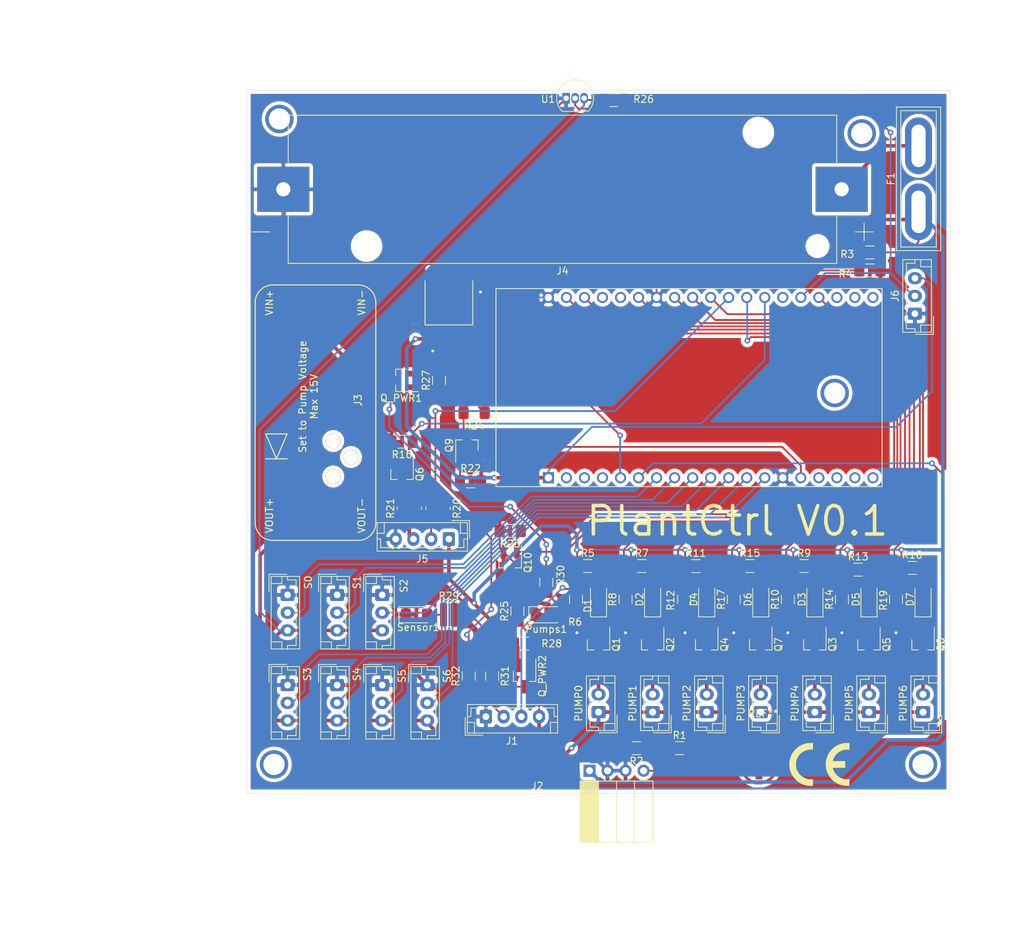
<source format=kicad_pcb>
(kicad_pcb (version 20171130) (host pcbnew "(5.1.5)-3")
  (layers (0 F.Cu signal) (31 B.Cu signal) (34 B.Paste user) (35 F.Paste user) (36 B.SilkS user) (37 F.SilkS user) (38 B.Mask user) (39 F.Mask user) (44 Edge.Cuts user))
  (net 0 "")
  (net 1 PLANT1_PUMP)
  (net 2 PLANT2_PUMP)
  (net 3 PLANT3_PUMP)
  (net 4 PLANT4_PUMP)
  (net 5 PLANT5_PUMP)
  (net 6 PLANT6_PUMP)
  (net 7 GND)
  (net 8 PLANT6_MOIST)
  (net 9 PLANT5_MOIST)
  (net 10 PLANT4_MOIST)
  (net 11 PLANT3_MOIST)
  (net 12 PLANT2_MOIST)
  (net 13 PLANT1_MOIST)
  (net 14 "Net-(R1-Pad1)")
  (net 15 "Net-(R3-Pad2)")
  (net 16 "Net-(D1-Pad2)")
  (net 17 PLANT_CTRL_PUMP_0)
  (net 18 "Net-(D2-Pad2)")
  (net 19 PLANT_CTRL_PUMP_1)
  (net 20 "Net-(D3-Pad2)")
  (net 21 PLANT_CTRL_PUMP_4)
  (net 22 "Net-(D4-Pad2)")
  (net 23 PLANT_CTRL_PUMP_2)
  (net 24 "Net-(D5-Pad2)")
  (net 25 PLANT_CTRL_PUMP_5)
  (net 26 "Net-(D6-Pad2)")
  (net 27 PLANT_CTRL_PUMP_3)
  (net 28 "Net-(D7-Pad2)")
  (net 29 PLANT_CTRL_PUMP_6)
  (net 30 LIPO+)
  (net 31 SOLAR_IN)
  (net 32 PUMP_PWR)
  (net 33 PWR_PUMP_CONVERTER)
  (net 34 "Net-(F1-Pad2)")
  (net 35 "Net-(J5-Pad3)")
  (net 36 "Net-(J5-Pad2)")
  (net 37 3_3V)
  (net 38 Temp)
  (net 39 PLANT0_PUMP)
  (net 40 "Net-(Q6-Pad3)")
  (net 41 CUSTOM_GPIO)
  (net 42 "Net-(Q9-Pad3)")
  (net 43 PUMP_ENABLE)
  (net 44 "Net-(Q10-Pad3)")
  (net 45 "Net-(Q_PWR1-Pad1)")
  (net 46 PWR_SENSORS)
  (net 47 "Net-(Q_PWR2-Pad1)")
  (net 48 "Net-(R32-Pad2)")
  (net 49 TANK_ECHO)
  (net 50 PLANT0_MOIST)
  (net 51 SENSORS_ENABLE)
  (net 52 "Net-(R29-Pad2)")
  (net 53 "Net-(R29-Pad1)")
  (net 54 "Net-(Pumps1-Pad2)")
  (module Symbol:Symbol_CC-Attribution_CopperTop_Small (layer F.Cu) (at 242.316 135.763)
    (fp_text reference REF** (at 0.59944 -7.29996) (layer F.SilkS))
    (fp_text value Symbol_CC-Attribution_CopperTop_Small)
    (fp_line (start 0.59944 -2.4003) (end 0 -2.49936) (layer F.Cu) (width 0.381))
    (fp_line (start 1.00076 -2.30124) (end 0.59944 -2.4003) (layer F.Cu) (width 0.381))
    (fp_line (start 1.50114 -1.99898) (end 1.00076 -2.30124) (layer F.Cu) (width 0.381))
    (fp_line (start 1.99898 -1.50114) (end 1.50114 -1.99898) (layer F.Cu) (width 0.381))
    (fp_line (start 2.30124 -1.00076) (end 1.99898 -1.50114) (layer F.Cu) (width 0.381))
    (fp_line (start 2.49936 -0.39878) (end 2.30124 -1.00076) (layer F.Cu) (width 0.381))
    (fp_line (start 2.49936 0.20066) (end 2.49936 -0.39878) (layer F.Cu) (width 0.381))
    (fp_line (start 2.4003 0.8001) (end 2.49936 0.20066) (layer F.Cu) (width 0.381))
    (fp_line (start 1.99898 1.50114) (end 2.4003 0.8001) (layer F.Cu) (width 0.381))
    (fp_line (start 1.50114 1.99898) (end 1.99898 1.50114) (layer F.Cu) (width 0.381))
    (fp_line (start 0.89916 2.30124) (end 1.50114 1.99898) (layer F.Cu) (width 0.381))
    (fp_line (start 0.29972 2.49936) (end 0.89916 2.30124) (layer F.Cu) (width 0.381))
    (fp_line (start -0.50038 2.49936) (end 0.29972 2.49936) (layer F.Cu) (width 0.381))
    (fp_line (start -1.19888 2.19964) (end -0.50038 2.49936) (layer F.Cu) (width 0.381))
    (fp_line (start -1.69926 1.80086) (end -1.19888 2.19964) (layer F.Cu) (width 0.381))
    (fp_line (start -2.30124 1.09982) (end -1.69926 1.80086) (layer F.Cu) (width 0.381))
    (fp_line (start -2.49936 0.29972) (end -2.30124 1.09982) (layer F.Cu) (width 0.381))
    (fp_line (start -2.49936 -0.29972) (end -2.49936 0.29972) (layer F.Cu) (width 0.381))
    (fp_line (start -2.4003 -0.8001) (end -2.49936 -0.29972) (layer F.Cu) (width 0.381))
    (fp_line (start -2.19964 -1.19888) (end -2.4003 -0.8001) (layer F.Cu) (width 0.381))
    (fp_line (start -1.69926 -1.80086) (end -2.19964 -1.19888) (layer F.Cu) (width 0.381))
    (fp_line (start -1.19888 -2.19964) (end -1.69926 -1.80086) (layer F.Cu) (width 0.381))
    (fp_line (start -0.70104 -2.4003) (end -1.19888 -2.19964) (layer F.Cu) (width 0.381))
    (fp_line (start -0.09906 -2.49936) (end -0.70104 -2.4003) (layer F.Cu) (width 0.381))
    (fp_line (start 0 -2.49936) (end -0.09906 -2.49936) (layer F.Cu) (width 0.381))
    (fp_circle (center 0 -1.69926) (end 0.09906 -1.39954) (layer F.Cu) (width 0.381))
    (fp_line (start -0.8001 0.20066) (end -0.8001 -1.00076) (layer F.Cu) (width 0.381))
    (fp_line (start 0.70104 0.20066) (end -0.8001 0.20066) (layer F.Cu) (width 0.381))
    (fp_line (start 0.70104 -1.00076) (end 0.70104 0.20066) (layer F.Cu) (width 0.381))
    (fp_line (start -0.8001 -1.00076) (end 0.70104 -1.00076) (layer F.Cu) (width 0.381))
    (fp_line (start -0.29972 1.80086) (end 0.20066 1.80086) (layer F.Cu) (width 0.381))
    (fp_line (start -0.29972 0.29972) (end -0.29972 1.80086) (layer F.Cu) (width 0.381))
    (fp_line (start 0.29972 1.80086) (end 0.29972 0.20066) (layer F.Cu) (width 0.381))
    (fp_line (start 0.09906 1.80086) (end 0.29972 1.80086) (layer F.Cu) (width 0.381))
    (fp_line (start 0 0.29972) (end 0 1.6002) (layer F.Cu) (width 0.381))
    (fp_line (start -0.8001 -0.09906) (end 0.50038 -0.09906) (layer F.Cu) (width 0.381))
    (fp_line (start 0.50038 -0.39878) (end -0.70104 -0.39878) (layer F.Cu) (width 0.381))
    (fp_line (start -0.70104 -0.70104) (end 0.59944 -0.70104) (layer F.Cu) (width 0.381))
    (fp_line (start 0 -1.89992) (end 0 -1.50114) (layer F.Cu) (width 0.381))
  )
  (module Symbol:CE-Logo_8.5x6mm_SilkScreen (layer F.Cu) (at 250.825 135.636)
    (fp_text reference REF** hide)
    (fp_text value CE-Logo_8.5x6mm_SilkScreen hide)
  )
  (module LED_SMD:LED_1206_3216Metric_Pad1.42x1.75mm_HandSolder (layer F.Cu) (at 219.71 112.395 90)
    (fp_text reference D1 (at -0.889 -1.524 90) (layer F.SilkS))
    (fp_text value LED)
    (pad 2 smd roundrect (at 1.4875 0 90) (size 1.425 1.75) (layers F.Cu F.Paste F.Mask) (roundrect_rratio 0.175439) (net 16 "Net-(D1-Pad2)"))
    (pad 1 smd roundrect (at -1.4875 0 90) (size 1.425 1.75) (layers F.Cu F.Paste F.Mask) (roundrect_rratio 0.175439) (net 39 PLANT0_PUMP))
  )
  (module misc_footprints:BatteryHolder_Keystone_1042_1x18650 (layer F.Cu) (at 214.63 54.61 180)
    (fp_text reference J4 (at 0 -11.5) (layer F.SilkS))
    (fp_text value Conn_01x02_Female)
    (pad 1 thru_hole rect (at -39.33 0 180) (size 7.34 6.35) (drill 2) (layers *.Cu *.Mask) (net 34 "Net-(F1-Pad2)"))
    (pad 2 thru_hole rect (at 39.33 0 180) (size 7.34 6.35) (drill 2) (layers *.Cu *.Mask) (net 7 GND))
    (pad "" np_thru_hole circle (at 27.6 -8 180) (size 3.45 3.45) (drill 3.45) (layers *.Cu *.Mask))
    (pad "" np_thru_hole circle (at -27.6 8 180) (size 3.45 3.45) (drill 3.45) (layers *.Cu *.Mask))
    (pad "" np_thru_hole circle (at -35.93 -8 180) (size 2.39 2.39) (drill 2.39) (layers *.Cu *.Mask))
  )
  (module Resistor_SMD:R_1206_3216Metric_Pad1.42x1.75mm_HandSolder (layer F.Cu) (at 231.14 133.35)
    (fp_text reference R1 (at 0 -1.82) (layer F.SilkS))
    (fp_text value 100k)
    (pad 2 smd roundrect (at 1.4875 0) (size 1.425 1.75) (layers F.Cu F.Paste F.Mask) (roundrect_rratio 0.175439) (net 31 SOLAR_IN))
    (pad 1 smd roundrect (at -1.4875 0) (size 1.425 1.75) (layers F.Cu F.Paste F.Mask) (roundrect_rratio 0.175439) (net 14 "Net-(R1-Pad1)"))
  )
  (module Resistor_SMD:R_1206_3216Metric_Pad1.42x1.75mm_HandSolder (layer F.Cu) (at 197.231 81.534 90)
    (fp_text reference R27 (at 0 -1.82 90) (layer F.SilkS))
    (fp_text value R)
    (pad 2 smd roundrect (at 1.4875 0 90) (size 1.425 1.75) (layers F.Cu F.Paste F.Mask) (roundrect_rratio 0.175439) (net 30 LIPO+))
    (pad 1 smd roundrect (at -1.4875 0 90) (size 1.425 1.75) (layers F.Cu F.Paste F.Mask) (roundrect_rratio 0.175439) (net 45 "Net-(Q_PWR1-Pad1)"))
  )
  (module Resistor_SMD:R_1206_3216Metric_Pad1.42x1.75mm_HandSolder (layer F.Cu) (at 202.184 86.106 180)
    (fp_text reference R24 (at 0 -1.82) (layer F.SilkS))
    (fp_text value R)
    (pad 2 smd roundrect (at 1.4875 0 180) (size 1.425 1.75) (layers F.Cu F.Paste F.Mask) (roundrect_rratio 0.175439) (net 42 "Net-(Q9-Pad3)"))
    (pad 1 smd roundrect (at -1.4875 0 180) (size 1.425 1.75) (layers F.Cu F.Paste F.Mask) (roundrect_rratio 0.175439) (net 45 "Net-(Q_PWR1-Pad1)"))
  )
  (module Resistor_SMD:R_1206_3216Metric_Pad1.42x1.75mm_HandSolder (layer F.Cu) (at 201.676 95.758)
    (fp_text reference R22 (at 0 -1.82) (layer F.SilkS))
    (fp_text value R)
    (pad 2 smd roundrect (at 1.4875 0) (size 1.425 1.75) (layers F.Cu F.Paste F.Mask) (roundrect_rratio 0.175439) (net 7 GND))
    (pad 1 smd roundrect (at -1.4875 0) (size 1.425 1.75) (layers F.Cu F.Paste F.Mask) (roundrect_rratio 0.175439) (net 43 PUMP_ENABLE))
  )
  (module Package_TO_SOT_SMD:SOT-23_Handsoldering (layer F.Cu) (at 191.897 81.534 180)
    (fp_text reference Q_PWR1 (at 0 -2.5) (layer F.SilkS))
    (fp_text value BSS84)
    (pad 3 smd rect (at 1.5 0 180) (size 1.9 0.8) (layers F.Cu F.Paste F.Mask) (net 33 PWR_PUMP_CONVERTER))
    (pad 2 smd rect (at -1.5 0.95 180) (size 1.9 0.8) (layers F.Cu F.Paste F.Mask) (net 30 LIPO+))
    (pad 1 smd rect (at -1.5 -0.95 180) (size 1.9 0.8) (layers F.Cu F.Paste F.Mask) (net 45 "Net-(Q_PWR1-Pad1)"))
  )
  (module Package_TO_SOT_SMD:SOT-23_Handsoldering (layer F.Cu) (at 201.168 90.678 90)
    (fp_text reference Q9 (at 0 -2.5 90) (layer F.SilkS))
    (fp_text value SL2300)
    (pad 3 smd rect (at 1.5 0 90) (size 1.9 0.8) (layers F.Cu F.Paste F.Mask) (net 42 "Net-(Q9-Pad3)"))
    (pad 2 smd rect (at -1.5 0.95 90) (size 1.9 0.8) (layers F.Cu F.Paste F.Mask) (net 7 GND))
    (pad 1 smd rect (at -1.5 -0.95 90) (size 1.9 0.8) (layers F.Cu F.Paste F.Mask) (net 43 PUMP_ENABLE))
  )
  (module LED_SMD:LED_1206_3216Metric_Pad1.42x1.75mm_HandSolder (layer F.Cu) (at 265.43 112.395 90)
    (fp_text reference D7 (at 0 -1.82 90) (layer F.SilkS))
    (fp_text value LED)
    (pad 2 smd roundrect (at 1.4875 0 90) (size 1.425 1.75) (layers F.Cu F.Paste F.Mask) (roundrect_rratio 0.175439) (net 28 "Net-(D7-Pad2)"))
    (pad 1 smd roundrect (at -1.4875 0 90) (size 1.425 1.75) (layers F.Cu F.Paste F.Mask) (roundrect_rratio 0.175439) (net 6 PLANT6_PUMP))
  )
  (module Resistor_SMD:R_1206_3216Metric_Pad1.42x1.75mm_HandSolder (layer F.Cu) (at 204.724 123.19 270)
    (fp_text reference R31 (at 0 -1.82 90) (layer F.SilkS))
    (fp_text value R)
    (pad 2 smd roundrect (at 1.4875 0 270) (size 1.425 1.75) (layers F.Cu F.Paste F.Mask) (roundrect_rratio 0.175439) (net 46 PWR_SENSORS))
    (pad 1 smd roundrect (at -1.4875 0 270) (size 1.425 1.75) (layers F.Cu F.Paste F.Mask) (roundrect_rratio 0.175439) (net 52 "Net-(R29-Pad2)"))
  )
  (module Resistor_SMD:R_1206_3216Metric_Pad1.42x1.75mm_HandSolder (layer F.Cu) (at 212.344 109.982 270)
    (fp_text reference R30 (at -1.016 -2.032 90) (layer F.SilkS))
    (fp_text value R)
    (pad 2 smd roundrect (at 1.4875 0 270) (size 1.425 1.75) (layers F.Cu F.Paste F.Mask) (roundrect_rratio 0.175439) (net 54 "Net-(Pumps1-Pad2)"))
    (pad 1 smd roundrect (at -1.4875 0 270) (size 1.425 1.75) (layers F.Cu F.Paste F.Mask) (roundrect_rratio 0.175439) (net 33 PWR_PUMP_CONVERTER))
  )
  (module Resistor_SMD:R_0612_1632Metric (layer F.Cu) (at 198.628 114.554)
    (fp_text reference R29 (at 0 -2.65) (layer F.SilkS))
    (fp_text value R)
    (pad 2 smd roundrect (at 0.75 0) (size 1 3.4) (layers F.Cu F.Paste F.Mask) (net 52 "Net-(R29-Pad2)"))
    (pad 1 smd roundrect (at -0.75 0) (size 1 3.4) (layers F.Cu F.Paste F.Mask) (net 53 "Net-(R29-Pad1)"))
  )
  (module Resistor_SMD:R_1206_3216Metric_Pad1.42x1.75mm_HandSolder (layer F.Cu) (at 209.296 118.618 180)
    (fp_text reference R28 (at -3.81 0) (layer F.SilkS))
    (fp_text value R)
    (pad 2 smd roundrect (at 1.4875 0 180) (size 1.425 1.75) (layers F.Cu F.Paste F.Mask) (roundrect_rratio 0.175439) (net 30 LIPO+))
    (pad 1 smd roundrect (at -1.4875 0 180) (size 1.425 1.75) (layers F.Cu F.Paste F.Mask) (roundrect_rratio 0.175439) (net 47 "Net-(Q_PWR2-Pad1)"))
  )
  (module Resistor_SMD:R_1206_3216Metric_Pad1.42x1.75mm_HandSolder (layer F.Cu) (at 208.28 114.046 90)
    (fp_text reference R25 (at 0 -1.82 90) (layer F.SilkS))
    (fp_text value R)
    (pad 2 smd roundrect (at 1.4875 0 90) (size 1.425 1.75) (layers F.Cu F.Paste F.Mask) (roundrect_rratio 0.175439) (net 44 "Net-(Q10-Pad3)"))
    (pad 1 smd roundrect (at -1.4875 0 90) (size 1.425 1.75) (layers F.Cu F.Paste F.Mask) (roundrect_rratio 0.175439) (net 47 "Net-(Q_PWR2-Pad1)"))
  )
  (module Resistor_SMD:R_1206_3216Metric_Pad1.42x1.75mm_HandSolder (layer F.Cu) (at 207.264 102.743 180)
    (fp_text reference R23 (at 0 -1.82) (layer F.SilkS))
    (fp_text value R)
    (pad 2 smd roundrect (at 1.4875 0 180) (size 1.425 1.75) (layers F.Cu F.Paste F.Mask) (roundrect_rratio 0.175439) (net 7 GND))
    (pad 1 smd roundrect (at -1.4875 0 180) (size 1.425 1.75) (layers F.Cu F.Paste F.Mask) (roundrect_rratio 0.175439) (net 51 SENSORS_ENABLE))
  )
  (module Package_TO_SOT_SMD:SOT-23_Handsoldering (layer F.Cu) (at 209.296 123.19 270)
    (fp_text reference Q_PWR2 (at 0 -2.5 90) (layer F.SilkS))
    (fp_text value BSS84)
    (pad 3 smd rect (at 1.5 0 270) (size 1.9 0.8) (layers F.Cu F.Paste F.Mask) (net 46 PWR_SENSORS))
    (pad 2 smd rect (at -1.5 0.95 270) (size 1.9 0.8) (layers F.Cu F.Paste F.Mask) (net 30 LIPO+))
    (pad 1 smd rect (at -1.5 -0.95 270) (size 1.9 0.8) (layers F.Cu F.Paste F.Mask) (net 47 "Net-(Q_PWR2-Pad1)"))
  )
  (module Package_TO_SOT_SMD:SOT-23_Handsoldering (layer F.Cu) (at 207.264 107.188 270)
    (fp_text reference Q10 (at 0 -2.5 90) (layer F.SilkS))
    (fp_text value SL2300)
    (pad 3 smd rect (at 1.5 0 270) (size 1.9 0.8) (layers F.Cu F.Paste F.Mask) (net 44 "Net-(Q10-Pad3)"))
    (pad 2 smd rect (at -1.5 0.95 270) (size 1.9 0.8) (layers F.Cu F.Paste F.Mask) (net 7 GND))
    (pad 1 smd rect (at -1.5 -0.95 270) (size 1.9 0.8) (layers F.Cu F.Paste F.Mask) (net 51 SENSORS_ENABLE))
  )
  (module LED_SMD:LED_1206_3216Metric_Pad1.42x1.75mm_HandSolder (layer F.Cu) (at 194.056 114.554)
    (fp_text reference Sensor1 (at 0.254 1.778) (layer F.SilkS))
    (fp_text value LED)
    (pad 2 smd roundrect (at 1.4875 0) (size 1.425 1.75) (layers F.Cu F.Paste F.Mask) (roundrect_rratio 0.175439) (net 53 "Net-(R29-Pad1)"))
    (pad 1 smd roundrect (at -1.4875 0) (size 1.425 1.75) (layers F.Cu F.Paste F.Mask) (roundrect_rratio 0.175439) (net 7 GND))
  )
  (module LED_SMD:LED_1206_3216Metric_Pad1.42x1.75mm_HandSolder (layer F.Cu) (at 212.344 114.554)
    (fp_text reference Pumps1 (at 0 2.032) (layer F.SilkS))
    (fp_text value LED)
    (pad 2 smd roundrect (at 1.4875 0) (size 1.425 1.75) (layers F.Cu F.Paste F.Mask) (roundrect_rratio 0.175439) (net 54 "Net-(Pumps1-Pad2)"))
    (pad 1 smd roundrect (at -1.4875 0) (size 1.425 1.75) (layers F.Cu F.Paste F.Mask) (roundrect_rratio 0.175439) (net 7 GND))
  )
  (module ESP32:MODULE_ESP32-DEVKITC-32D (layer F.Cu) (at 232.41 82.55 90)
    (fp_text reference U2 (at -10.829175 -28.446045 90) (layer F.SilkS) (effects (font (size 1.000386 1.000386) (thickness 0.015))))
    (fp_text value ESP32-DEVKITC-32D)
    (pad 38 thru_hole circle (at 12.7 25.96 90) (size 1.56 1.56) (drill 1.04) (layers *.Cu *.Mask))
    (pad 37 thru_hole circle (at 12.7 23.42 90) (size 1.56 1.56) (drill 1.04) (layers *.Cu *.Mask))
    (pad 36 thru_hole circle (at 12.7 20.88 90) (size 1.56 1.56) (drill 1.04) (layers *.Cu *.Mask))
    (pad 35 thru_hole circle (at 12.7 18.34 90) (size 1.56 1.56) (drill 1.04) (layers *.Cu *.Mask) (net 29 PLANT_CTRL_PUMP_6))
    (pad 34 thru_hole circle (at 12.7 15.8 90) (size 1.56 1.56) (drill 1.04) (layers *.Cu *.Mask) (net 38 Temp))
    (pad 33 thru_hole circle (at 12.7 13.26 90) (size 1.56 1.56) (drill 1.04) (layers *.Cu *.Mask))
    (pad 32 thru_hole circle (at 12.7 10.72 90) (size 1.56 1.56) (drill 1.04) (layers *.Cu *.Mask) (net 41 CUSTOM_GPIO))
    (pad 31 thru_hole circle (at 12.7 8.18 90) (size 1.56 1.56) (drill 1.04) (layers *.Cu *.Mask) (net 51 SENSORS_ENABLE))
    (pad 30 thru_hole circle (at 12.7 5.64 90) (size 1.56 1.56) (drill 1.04) (layers *.Cu *.Mask) (net 48 "Net-(R32-Pad2)"))
    (pad 29 thru_hole circle (at 12.7 3.1 90) (size 1.56 1.56) (drill 1.04) (layers *.Cu *.Mask) (net 25 PLANT_CTRL_PUMP_5))
    (pad 28 thru_hole circle (at 12.7 0.56 90) (size 1.56 1.56) (drill 1.04) (layers *.Cu *.Mask) (net 21 PLANT_CTRL_PUMP_4))
    (pad 27 thru_hole circle (at 12.7 -1.98 90) (size 1.56 1.56) (drill 1.04) (layers *.Cu *.Mask) (net 27 PLANT_CTRL_PUMP_3))
    (pad 26 thru_hole circle (at 12.7 -4.52 90) (size 1.56 1.56) (drill 1.04) (layers *.Cu *.Mask) (net 7 GND))
    (pad 25 thru_hole circle (at 12.7 -7.06 90) (size 1.56 1.56) (drill 1.04) (layers *.Cu *.Mask) (net 23 PLANT_CTRL_PUMP_2))
    (pad 24 thru_hole circle (at 12.7 -9.6 90) (size 1.56 1.56) (drill 1.04) (layers *.Cu *.Mask))
    (pad 23 thru_hole circle (at 12.7 -12.14 90) (size 1.56 1.56) (drill 1.04) (layers *.Cu *.Mask))
    (pad 22 thru_hole circle (at 12.7 -14.68 90) (size 1.56 1.56) (drill 1.04) (layers *.Cu *.Mask) (net 19 PLANT_CTRL_PUMP_1))
    (pad 21 thru_hole circle (at 12.7 -17.22 90) (size 1.56 1.56) (drill 1.04) (layers *.Cu *.Mask) (net 17 PLANT_CTRL_PUMP_0))
    (pad 20 thru_hole circle (at 12.7 -19.76 90) (size 1.56 1.56) (drill 1.04) (layers *.Cu *.Mask) (net 7 GND))
    (pad 18 thru_hole circle (at -12.7 23.42 90) (size 1.56 1.56) (drill 1.04) (layers *.Cu *.Mask))
    (pad 17 thru_hole circle (at -12.7 20.88 90) (size 1.56 1.56) (drill 1.04) (layers *.Cu *.Mask))
    (pad 16 thru_hole circle (at -12.7 18.34 90) (size 1.56 1.56) (drill 1.04) (layers *.Cu *.Mask))
    (pad 15 thru_hole circle (at -12.7 15.8 90) (size 1.56 1.56) (drill 1.04) (layers *.Cu *.Mask) (net 43 PUMP_ENABLE))
    (pad 14 thru_hole circle (at -12.7 13.26 90) (size 1.56 1.56) (drill 1.04) (layers *.Cu *.Mask) (net 7 GND))
    (pad 13 thru_hole circle (at -12.7 10.72 90) (size 1.56 1.56) (drill 1.04) (layers *.Cu *.Mask) (net 8 PLANT6_MOIST))
    (pad 12 thru_hole circle (at -12.7 8.18 90) (size 1.56 1.56) (drill 1.04) (layers *.Cu *.Mask) (net 9 PLANT5_MOIST))
    (pad 11 thru_hole circle (at -12.7 5.64 90) (size 1.56 1.56) (drill 1.04) (layers *.Cu *.Mask) (net 10 PLANT4_MOIST))
    (pad 10 thru_hole circle (at -12.7 3.1 90) (size 1.56 1.56) (drill 1.04) (layers *.Cu *.Mask) (net 11 PLANT3_MOIST))
    (pad 9 thru_hole circle (at -12.7 0.56 90) (size 1.56 1.56) (drill 1.04) (layers *.Cu *.Mask) (net 12 PLANT2_MOIST))
    (pad 8 thru_hole circle (at -12.7 -1.98 90) (size 1.56 1.56) (drill 1.04) (layers *.Cu *.Mask) (net 13 PLANT1_MOIST))
    (pad 7 thru_hole circle (at -12.7 -4.52 90) (size 1.56 1.56) (drill 1.04) (layers *.Cu *.Mask) (net 50 PLANT0_MOIST))
    (pad 6 thru_hole circle (at -12.7 -7.06 90) (size 1.56 1.56) (drill 1.04) (layers *.Cu *.Mask) (net 14 "Net-(R1-Pad1)"))
    (pad 5 thru_hole circle (at -12.7 -9.6 90) (size 1.56 1.56) (drill 1.04) (layers *.Cu *.Mask) (net 15 "Net-(R3-Pad2)"))
    (pad 4 thru_hole circle (at -12.7 -12.14 90) (size 1.56 1.56) (drill 1.04) (layers *.Cu *.Mask))
    (pad 3 thru_hole circle (at -12.7 -14.68 90) (size 1.56 1.56) (drill 1.04) (layers *.Cu *.Mask))
    (pad 19 thru_hole circle (at -12.7 25.96 90) (size 1.56 1.56) (drill 1.04) (layers *.Cu *.Mask))
    (pad 2 thru_hole circle (at -12.7 -17.22 90) (size 1.56 1.56) (drill 1.04) (layers *.Cu *.Mask))
    (pad 1 thru_hole rect (at -12.7 -19.76 90) (size 1.56 1.56) (drill 1.04) (layers *.Cu *.Mask) (net 37 3_3V))
  )
  (module Resistor_SMD:R_1206_3216Metric_Pad1.42x1.75mm_HandSolder (layer F.Cu) (at 257.937 66.04)
    (fp_text reference R4 (at -3.429 0.508) (layer F.SilkS))
    (fp_text value 47k8)
    (pad 2 smd roundrect (at 1.4875 0) (size 1.425 1.75) (layers F.Cu F.Paste F.Mask) (roundrect_rratio 0.175439) (net 7 GND))
    (pad 1 smd roundrect (at -1.4875 0) (size 1.425 1.75) (layers F.Cu F.Paste F.Mask) (roundrect_rratio 0.175439) (net 15 "Net-(R3-Pad2)"))
  )
  (module Resistor_SMD:R_1206_3216Metric_Pad1.42x1.75mm_HandSolder (layer F.Cu) (at 257.937 63.5 180)
    (fp_text reference R3 (at 3.175 -0.254) (layer F.SilkS))
    (fp_text value 33k)
    (pad 2 smd roundrect (at 1.4875 0 180) (size 1.425 1.75) (layers F.Cu F.Paste F.Mask) (roundrect_rratio 0.175439) (net 15 "Net-(R3-Pad2)"))
    (pad 1 smd roundrect (at -1.4875 0 180) (size 1.425 1.75) (layers F.Cu F.Paste F.Mask) (roundrect_rratio 0.175439) (net 30 LIPO+))
  )
  (module Resistor_SMD:R_1206_3216Metric_Pad1.42x1.75mm_HandSolder (layer F.Cu) (at 225.044 133.35 180)
    (fp_text reference R2 (at 0 -1.82) (layer F.SilkS))
    (fp_text value 33k)
    (pad 2 smd roundrect (at 1.4875 0 180) (size 1.425 1.75) (layers F.Cu F.Paste F.Mask) (roundrect_rratio 0.175439) (net 7 GND))
    (pad 1 smd roundrect (at -1.4875 0 180) (size 1.425 1.75) (layers F.Cu F.Paste F.Mask) (roundrect_rratio 0.175439) (net 14 "Net-(R1-Pad1)"))
  )
  (module Connector_PinSocket_2.54mm:PinSocket_1x04_P2.54mm_Horizontal (layer F.Cu) (at 218.44 136.525 90)
    (fp_text reference J2 (at -2.159 -7.366 180) (layer F.SilkS))
    (fp_text value Conn_01x04)
    (pad 4 thru_hole oval (at 0 7.62 90) (size 1.7 1.7) (drill 1) (layers *.Cu *.Mask) (net 31 SOLAR_IN))
    (pad 3 thru_hole oval (at 0 5.08 90) (size 1.7 1.7) (drill 1) (layers *.Cu *.Mask) (net 7 GND))
    (pad 2 thru_hole oval (at 0 2.54 90) (size 1.7 1.7) (drill 1) (layers *.Cu *.Mask) (net 7 GND))
    (pad 1 thru_hole rect (at 0 0 90) (size 1.7 1.7) (drill 1) (layers *.Cu *.Mask) (net 30 LIPO+))
  )
  (module Connector_JST:JST_EH_B4B-EH-A_1x04_P2.50mm_Vertical (layer F.Cu) (at 203.835 128.905)
    (fp_text reference J1 (at 3.683 3.429) (layer F.SilkS))
    (fp_text value Conn_01x04)
    (pad 4 thru_hole oval (at 7.5 0) (size 1.7 1.95) (drill 0.95) (layers *.Cu *.Mask) (net 46 PWR_SENSORS))
    (pad 3 thru_hole oval (at 5 0) (size 1.7 1.95) (drill 0.95) (layers *.Cu *.Mask) (net 17 PLANT_CTRL_PUMP_0))
    (pad 2 thru_hole oval (at 2.5 0) (size 1.7 1.95) (drill 0.95) (layers *.Cu *.Mask) (net 49 TANK_ECHO))
    (pad 1 thru_hole roundrect (at 0 0) (size 1.7 1.95) (drill 0.95) (layers *.Cu *.Mask) (roundrect_rratio 0.147059) (net 7 GND))
  )
  (module Fuse:Fuse_Blade_ATO_directSolder (layer F.Cu) (at 264.795 57.785 90)
    (fp_text reference F1 (at 4.65 -3.9 90) (layer F.SilkS))
    (fp_text value Fuse)
    (pad 2 thru_hole oval (at 9.3 0 90) (size 8 3.8) (drill oval 6 2) (layers *.Cu *.Mask) (net 34 "Net-(F1-Pad2)"))
    (pad 1 thru_hole oval (at 0 0 90) (size 8 3.8) (drill oval 6 2) (layers *.Cu *.Mask) (net 30 LIPO+))
  )
  (module ESP32:DPAK457P991X255-3N (layer F.Cu) (at 198.628 71.374 90)
    (fp_text reference U3 (at -2.825 -4.635 90) (layer F.SilkS) (effects (font (thickness 0.015))))
    (fp_text value LP38690DT-3.3)
    (pad 4 smd rect (at 2.32 0 90) (size 6.49 5.63) (layers F.Cu F.Mask) (net 7 GND))
    (pad 3 smd rect (at -4.45 2.285 90) (size 2.22 0.96) (layers F.Cu F.Paste F.Mask) (net 30 LIPO+))
    (pad 1 smd rect (at -4.45 -2.285 90) (size 2.22 0.96) (layers F.Cu F.Paste F.Mask) (net 37 3_3V))
  )
  (module Package_TO_SOT_THT:TO-92_Inline (layer F.Cu) (at 215.138 41.783)
    (fp_text reference U1 (at -2.54 0.127) (layer F.SilkS))
    (fp_text value DS18B20)
    (pad 1 thru_hole rect (at 0 0) (size 1.05 1.5) (drill 0.75) (layers *.Cu *.Mask) (net 7 GND))
    (pad 3 thru_hole oval (at 2.54 0) (size 1.05 1.5) (drill 0.75) (layers *.Cu *.Mask) (net 46 PWR_SENSORS))
    (pad 2 thru_hole oval (at 1.27 0) (size 1.05 1.5) (drill 0.75) (layers *.Cu *.Mask) (net 38 Temp))
  )
  (module Connector_JST:JST_EH_B3B-EH-A_1x03_P2.50mm_Vertical (layer F.Cu) (at 195.58 124.46 270)
    (fp_text reference S6 (at -1.27 -2.794 90) (layer F.SilkS))
    (fp_text value Conn_01x03_Male)
    (pad 3 thru_hole oval (at 5 0 270) (size 1.7 1.95) (drill 0.95) (layers *.Cu *.Mask) (net 46 PWR_SENSORS))
    (pad 2 thru_hole oval (at 2.5 0 270) (size 1.7 1.95) (drill 0.95) (layers *.Cu *.Mask) (net 8 PLANT6_MOIST))
    (pad 1 thru_hole roundrect (at 0 0 270) (size 1.7 1.95) (drill 0.95) (layers *.Cu *.Mask) (roundrect_rratio 0.147059) (net 7 GND))
  )
  (module Connector_JST:JST_EH_B3B-EH-A_1x03_P2.50mm_Vertical (layer F.Cu) (at 189.23 124.46 270)
    (fp_text reference S5 (at -1.27 -2.794 90) (layer F.SilkS))
    (fp_text value Conn_01x03_Male)
    (pad 3 thru_hole oval (at 5 0 270) (size 1.7 1.95) (drill 0.95) (layers *.Cu *.Mask) (net 46 PWR_SENSORS))
    (pad 2 thru_hole oval (at 2.5 0 270) (size 1.7 1.95) (drill 0.95) (layers *.Cu *.Mask) (net 9 PLANT5_MOIST))
    (pad 1 thru_hole roundrect (at 0 0 270) (size 1.7 1.95) (drill 0.95) (layers *.Cu *.Mask) (roundrect_rratio 0.147059) (net 7 GND))
  )
  (module Connector_JST:JST_EH_B3B-EH-A_1x03_P2.50mm_Vertical (layer F.Cu) (at 182.88 124.46 270)
    (fp_text reference S4 (at -1.524 -2.794 90) (layer F.SilkS))
    (fp_text value Conn_01x03_Male)
    (pad 3 thru_hole oval (at 5 0 270) (size 1.7 1.95) (drill 0.95) (layers *.Cu *.Mask) (net 46 PWR_SENSORS))
    (pad 2 thru_hole oval (at 2.5 0 270) (size 1.7 1.95) (drill 0.95) (layers *.Cu *.Mask) (net 10 PLANT4_MOIST))
    (pad 1 thru_hole roundrect (at 0 0 270) (size 1.7 1.95) (drill 0.95) (layers *.Cu *.Mask) (roundrect_rratio 0.147059) (net 7 GND))
  )
  (module Connector_JST:JST_EH_B3B-EH-A_1x03_P2.50mm_Vertical (layer F.Cu) (at 175.895 124.46 270)
    (fp_text reference S3 (at -1.524 -2.8 90) (layer F.SilkS))
    (fp_text value Conn_01x03_Male)
    (pad 3 thru_hole oval (at 5 0 270) (size 1.7 1.95) (drill 0.95) (layers *.Cu *.Mask) (net 46 PWR_SENSORS))
    (pad 2 thru_hole oval (at 2.5 0 270) (size 1.7 1.95) (drill 0.95) (layers *.Cu *.Mask) (net 11 PLANT3_MOIST))
    (pad 1 thru_hole roundrect (at 0 0 270) (size 1.7 1.95) (drill 0.95) (layers *.Cu *.Mask) (roundrect_rratio 0.147059) (net 7 GND))
  )
  (module Connector_JST:JST_EH_B3B-EH-A_1x03_P2.50mm_Vertical (layer F.Cu) (at 189.23 111.76 270)
    (fp_text reference S2 (at -1.27 -3.048 90) (layer F.SilkS))
    (fp_text value Conn_01x03_Male)
    (pad 3 thru_hole oval (at 5 0 270) (size 1.7 1.95) (drill 0.95) (layers *.Cu *.Mask) (net 46 PWR_SENSORS))
    (pad 2 thru_hole oval (at 2.5 0 270) (size 1.7 1.95) (drill 0.95) (layers *.Cu *.Mask) (net 12 PLANT2_MOIST))
    (pad 1 thru_hole roundrect (at 0 0 270) (size 1.7 1.95) (drill 0.95) (layers *.Cu *.Mask) (roundrect_rratio 0.147059) (net 7 GND))
  )
  (module Connector_JST:JST_EH_B3B-EH-A_1x03_P2.50mm_Vertical (layer F.Cu) (at 182.88 111.76 270)
    (fp_text reference S1 (at -1.778 -2.794 90) (layer F.SilkS))
    (fp_text value Conn_01x03_Male)
    (pad 3 thru_hole oval (at 5 0 270) (size 1.7 1.95) (drill 0.95) (layers *.Cu *.Mask) (net 46 PWR_SENSORS))
    (pad 2 thru_hole oval (at 2.5 0 270) (size 1.7 1.95) (drill 0.95) (layers *.Cu *.Mask) (net 13 PLANT1_MOIST))
    (pad 1 thru_hole roundrect (at 0 0 270) (size 1.7 1.95) (drill 0.95) (layers *.Cu *.Mask) (roundrect_rratio 0.147059) (net 7 GND))
  )
  (module Connector_JST:JST_EH_B3B-EH-A_1x03_P2.50mm_Vertical (layer F.Cu) (at 175.895 111.76 270)
    (fp_text reference S0 (at -1.778 -2.921 90) (layer F.SilkS))
    (fp_text value Conn_01x03_Male)
    (pad 3 thru_hole oval (at 5 0 270) (size 1.7 1.95) (drill 0.95) (layers *.Cu *.Mask) (net 46 PWR_SENSORS))
    (pad 2 thru_hole oval (at 2.5 0 270) (size 1.7 1.95) (drill 0.95) (layers *.Cu *.Mask) (net 50 PLANT0_MOIST))
    (pad 1 thru_hole roundrect (at 0 0 270) (size 1.7 1.95) (drill 0.95) (layers *.Cu *.Mask) (roundrect_rratio 0.147059) (net 7 GND))
  )
  (module Resistor_SMD:R_1206_3216Metric_Pad1.42x1.75mm_HandSolder (layer F.Cu) (at 201.422 123.19 90)
    (fp_text reference R32 (at 0 -1.82 90) (layer F.SilkS))
    (fp_text value R)
    (pad 2 smd roundrect (at 1.4875 0 90) (size 1.425 1.75) (layers F.Cu F.Paste F.Mask) (roundrect_rratio 0.175439) (net 48 "Net-(R32-Pad2)"))
    (pad 1 smd roundrect (at -1.4875 0 90) (size 1.425 1.75) (layers F.Cu F.Paste F.Mask) (roundrect_rratio 0.175439) (net 49 TANK_ECHO))
  )
  (module Resistor_SMD:R_1206_3216Metric_Pad1.42x1.75mm_HandSolder (layer F.Cu) (at 221.869 42.037 180)
    (fp_text reference R26 (at -4.191 0.127) (layer F.SilkS))
    (fp_text value 4k7)
    (pad 2 smd roundrect (at 1.4875 0 180) (size 1.425 1.75) (layers F.Cu F.Paste F.Mask) (roundrect_rratio 0.175439) (net 46 PWR_SENSORS))
    (pad 1 smd roundrect (at -1.4875 0 180) (size 1.425 1.75) (layers F.Cu F.Paste F.Mask) (roundrect_rratio 0.175439) (net 38 Temp))
  )
  (module Resistor_SMD:R_0612_1632Metric (layer F.Cu) (at 193.04 99.556 90)
    (fp_text reference R21 (at 0 -2.65 90) (layer F.SilkS))
    (fp_text value R)
    (pad 2 smd roundrect (at 0.75 0 90) (size 1 3.4) (layers F.Cu F.Paste F.Mask) (net 40 "Net-(Q6-Pad3)"))
    (pad 1 smd roundrect (at -0.75 0 90) (size 1 3.4) (layers F.Cu F.Paste F.Mask) (net 35 "Net-(J5-Pad3)"))
  )
  (module Resistor_SMD:R_0612_1632Metric (layer F.Cu) (at 197.104 99.556 270)
    (fp_text reference R20 (at 0 -2.65 90) (layer F.SilkS))
    (fp_text value R)
    (pad 2 smd roundrect (at 0.75 0 270) (size 1 3.4) (layers F.Cu F.Paste F.Mask) (net 36 "Net-(J5-Pad2)"))
    (pad 1 smd roundrect (at -0.75 0 270) (size 1 3.4) (layers F.Cu F.Paste F.Mask) (net 41 CUSTOM_GPIO))
  )
  (module Resistor_SMD:R_1206_3216Metric_Pad1.42x1.75mm_HandSolder (layer F.Cu) (at 261.62 112.395 270)
    (fp_text reference R19 (at 0.127 1.778 90) (layer F.SilkS))
    (fp_text value R)
    (pad 2 smd roundrect (at 1.4875 0 270) (size 1.425 1.75) (layers F.Cu F.Paste F.Mask) (roundrect_rratio 0.175439) (net 7 GND))
    (pad 1 smd roundrect (at -1.4875 0 270) (size 1.425 1.75) (layers F.Cu F.Paste F.Mask) (roundrect_rratio 0.175439) (net 29 PLANT_CTRL_PUMP_6))
  )
  (module Resistor_SMD:R_1206_3216Metric_Pad1.42x1.75mm_HandSolder (layer F.Cu) (at 263.906 107.95)
    (fp_text reference R18 (at 0 -1.82) (layer F.SilkS))
    (fp_text value R)
    (pad 2 smd roundrect (at 1.4875 0) (size 1.425 1.75) (layers F.Cu F.Paste F.Mask) (roundrect_rratio 0.175439) (net 28 "Net-(D7-Pad2)"))
    (pad 1 smd roundrect (at -1.4875 0) (size 1.425 1.75) (layers F.Cu F.Paste F.Mask) (roundrect_rratio 0.175439) (net 30 LIPO+))
  )
  (module Resistor_SMD:R_1206_3216Metric_Pad1.42x1.75mm_HandSolder (layer F.Cu) (at 238.76 112.395 270)
    (fp_text reference R17 (at 0 1.778 90) (layer F.SilkS))
    (fp_text value R)
    (pad 2 smd roundrect (at 1.4875 0 270) (size 1.425 1.75) (layers F.Cu F.Paste F.Mask) (roundrect_rratio 0.175439) (net 7 GND))
    (pad 1 smd roundrect (at -1.4875 0 270) (size 1.425 1.75) (layers F.Cu F.Paste F.Mask) (roundrect_rratio 0.175439) (net 27 PLANT_CTRL_PUMP_3))
  )
  (module Resistor_SMD:R_1206_3216Metric_Pad1.42x1.75mm_HandSolder (layer F.Cu) (at 192.024 90.17 180)
    (fp_text reference R16 (at 0 -1.82) (layer F.SilkS))
    (fp_text value R)
    (pad 2 smd roundrect (at 1.4875 0 180) (size 1.425 1.75) (layers F.Cu F.Paste F.Mask) (roundrect_rratio 0.175439) (net 7 GND))
    (pad 1 smd roundrect (at -1.4875 0 180) (size 1.425 1.75) (layers F.Cu F.Paste F.Mask) (roundrect_rratio 0.175439) (net 41 CUSTOM_GPIO))
  )
  (module Resistor_SMD:R_1206_3216Metric_Pad1.42x1.75mm_HandSolder (layer F.Cu) (at 241.046 107.696)
    (fp_text reference R15 (at 0 -1.82) (layer F.SilkS))
    (fp_text value R)
    (pad 2 smd roundrect (at 1.4875 0) (size 1.425 1.75) (layers F.Cu F.Paste F.Mask) (roundrect_rratio 0.175439) (net 26 "Net-(D6-Pad2)"))
    (pad 1 smd roundrect (at -1.4875 0) (size 1.425 1.75) (layers F.Cu F.Paste F.Mask) (roundrect_rratio 0.175439) (net 30 LIPO+))
  )
  (module Resistor_SMD:R_1206_3216Metric_Pad1.42x1.75mm_HandSolder (layer F.Cu) (at 254 112.395 270)
    (fp_text reference R14 (at 0 1.778 90) (layer F.SilkS))
    (fp_text value R)
    (pad 2 smd roundrect (at 1.4875 0 270) (size 1.425 1.75) (layers F.Cu F.Paste F.Mask) (roundrect_rratio 0.175439) (net 7 GND))
    (pad 1 smd roundrect (at -1.4875 0 270) (size 1.425 1.75) (layers F.Cu F.Paste F.Mask) (roundrect_rratio 0.175439) (net 25 PLANT_CTRL_PUMP_5))
  )
  (module Resistor_SMD:R_1206_3216Metric_Pad1.42x1.75mm_HandSolder (layer F.Cu) (at 256.286 108.204)
    (fp_text reference R13 (at 0 -1.82) (layer F.SilkS))
    (fp_text value R)
    (pad 2 smd roundrect (at 1.4875 0) (size 1.425 1.75) (layers F.Cu F.Paste F.Mask) (roundrect_rratio 0.175439) (net 24 "Net-(D5-Pad2)"))
    (pad 1 smd roundrect (at -1.4875 0) (size 1.425 1.75) (layers F.Cu F.Paste F.Mask) (roundrect_rratio 0.175439) (net 30 LIPO+))
  )
  (module Resistor_SMD:R_1206_3216Metric_Pad1.42x1.75mm_HandSolder (layer F.Cu) (at 231.775 112.395 270)
    (fp_text reference R12 (at 0.127 1.905 90) (layer F.SilkS))
    (fp_text value R)
    (pad 2 smd roundrect (at 1.4875 0 270) (size 1.425 1.75) (layers F.Cu F.Paste F.Mask) (roundrect_rratio 0.175439) (net 7 GND))
    (pad 1 smd roundrect (at -1.4875 0 270) (size 1.425 1.75) (layers F.Cu F.Paste F.Mask) (roundrect_rratio 0.175439) (net 23 PLANT_CTRL_PUMP_2))
  )
  (module Resistor_SMD:R_1206_3216Metric_Pad1.42x1.75mm_HandSolder (layer F.Cu) (at 233.426 107.696)
    (fp_text reference R11 (at 0 -1.82) (layer F.SilkS))
    (fp_text value R)
    (pad 2 smd roundrect (at 1.4875 0) (size 1.425 1.75) (layers F.Cu F.Paste F.Mask) (roundrect_rratio 0.175439) (net 22 "Net-(D4-Pad2)"))
    (pad 1 smd roundrect (at -1.4875 0) (size 1.425 1.75) (layers F.Cu F.Paste F.Mask) (roundrect_rratio 0.175439) (net 30 LIPO+))
  )
  (module Resistor_SMD:R_1206_3216Metric_Pad1.42x1.75mm_HandSolder (layer F.Cu) (at 246.38 112.395 270)
    (fp_text reference R10 (at 0 1.778 90) (layer F.SilkS))
    (fp_text value R)
    (pad 2 smd roundrect (at 1.4875 0 270) (size 1.425 1.75) (layers F.Cu F.Paste F.Mask) (roundrect_rratio 0.175439) (net 7 GND))
    (pad 1 smd roundrect (at -1.4875 0 270) (size 1.425 1.75) (layers F.Cu F.Paste F.Mask) (roundrect_rratio 0.175439) (net 21 PLANT_CTRL_PUMP_4))
  )
  (module Resistor_SMD:R_1206_3216Metric_Pad1.42x1.75mm_HandSolder (layer F.Cu) (at 248.666 107.696)
    (fp_text reference R9 (at 0 -1.82) (layer F.SilkS))
    (fp_text value R)
    (pad 2 smd roundrect (at 1.4875 0) (size 1.425 1.75) (layers F.Cu F.Paste F.Mask) (roundrect_rratio 0.175439) (net 20 "Net-(D3-Pad2)"))
    (pad 1 smd roundrect (at -1.4875 0) (size 1.425 1.75) (layers F.Cu F.Paste F.Mask) (roundrect_rratio 0.175439) (net 30 LIPO+))
  )
  (module Resistor_SMD:R_1206_3216Metric_Pad1.42x1.75mm_HandSolder (layer F.Cu) (at 223.52 112.395 90)
    (fp_text reference R8 (at 0 -1.82 90) (layer F.SilkS))
    (fp_text value R)
    (pad 2 smd roundrect (at 1.4875 0 90) (size 1.425 1.75) (layers F.Cu F.Paste F.Mask) (roundrect_rratio 0.175439) (net 19 PLANT_CTRL_PUMP_1))
    (pad 1 smd roundrect (at -1.4875 0 90) (size 1.425 1.75) (layers F.Cu F.Paste F.Mask) (roundrect_rratio 0.175439) (net 7 GND))
  )
  (module Resistor_SMD:R_1206_3216Metric_Pad1.42x1.75mm_HandSolder (layer F.Cu) (at 225.806 107.696)
    (fp_text reference R7 (at 0 -1.82) (layer F.SilkS))
    (fp_text value R)
    (pad 2 smd roundrect (at 1.4875 0) (size 1.425 1.75) (layers F.Cu F.Paste F.Mask) (roundrect_rratio 0.175439) (net 18 "Net-(D2-Pad2)"))
    (pad 1 smd roundrect (at -1.4875 0) (size 1.425 1.75) (layers F.Cu F.Paste F.Mask) (roundrect_rratio 0.175439) (net 30 LIPO+))
  )
  (module Resistor_SMD:R_1206_3216Metric_Pad1.42x1.75mm_HandSolder (layer F.Cu) (at 216.535 112.395 270)
    (fp_text reference R6 (at 3.175 0.127 180) (layer F.SilkS))
    (fp_text value R)
    (pad 2 smd roundrect (at 1.4875 0 270) (size 1.425 1.75) (layers F.Cu F.Paste F.Mask) (roundrect_rratio 0.175439) (net 7 GND))
    (pad 1 smd roundrect (at -1.4875 0 270) (size 1.425 1.75) (layers F.Cu F.Paste F.Mask) (roundrect_rratio 0.175439) (net 17 PLANT_CTRL_PUMP_0))
  )
  (module Resistor_SMD:R_1206_3216Metric_Pad1.42x1.75mm_HandSolder (layer F.Cu) (at 218.186 107.696)
    (fp_text reference R5 (at 0 -1.82) (layer F.SilkS))
    (fp_text value R)
    (pad 2 smd roundrect (at 1.4875 0) (size 1.425 1.75) (layers F.Cu F.Paste F.Mask) (roundrect_rratio 0.175439) (net 16 "Net-(D1-Pad2)"))
    (pad 1 smd roundrect (at -1.4875 0) (size 1.425 1.75) (layers F.Cu F.Paste F.Mask) (roundrect_rratio 0.175439) (net 30 LIPO+))
  )
  (module Package_TO_SOT_SMD:SOT-23_Handsoldering (layer F.Cu) (at 265.43 118.745 270)
    (fp_text reference Q8 (at 0 -2.5 90) (layer F.SilkS))
    (fp_text value SL2300)
    (pad 3 smd rect (at 1.5 0 270) (size 1.9 0.8) (layers F.Cu F.Paste F.Mask) (net 6 PLANT6_PUMP))
    (pad 2 smd rect (at -1.5 0.95 270) (size 1.9 0.8) (layers F.Cu F.Paste F.Mask) (net 7 GND))
    (pad 1 smd rect (at -1.5 -0.95 270) (size 1.9 0.8) (layers F.Cu F.Paste F.Mask) (net 29 PLANT_CTRL_PUMP_6))
  )
  (module Package_TO_SOT_SMD:SOT-23_Handsoldering (layer F.Cu) (at 242.57 118.745 270)
    (fp_text reference Q7 (at 0 -2.5 90) (layer F.SilkS))
    (fp_text value SL2300)
    (pad 3 smd rect (at 1.5 0 270) (size 1.9 0.8) (layers F.Cu F.Paste F.Mask) (net 3 PLANT3_PUMP))
    (pad 2 smd rect (at -1.5 0.95 270) (size 1.9 0.8) (layers F.Cu F.Paste F.Mask) (net 7 GND))
    (pad 1 smd rect (at -1.5 -0.95 270) (size 1.9 0.8) (layers F.Cu F.Paste F.Mask) (net 27 PLANT_CTRL_PUMP_3))
  )
  (module Package_TO_SOT_SMD:SOT-23_Handsoldering (layer F.Cu) (at 192.024 94.742 270)
    (fp_text reference Q6 (at 0 -2.5 90) (layer F.SilkS))
    (fp_text value SL2300)
    (pad 3 smd rect (at 1.5 0 270) (size 1.9 0.8) (layers F.Cu F.Paste F.Mask) (net 40 "Net-(Q6-Pad3)"))
    (pad 2 smd rect (at -1.5 0.95 270) (size 1.9 0.8) (layers F.Cu F.Paste F.Mask) (net 7 GND))
    (pad 1 smd rect (at -1.5 -0.95 270) (size 1.9 0.8) (layers F.Cu F.Paste F.Mask) (net 41 CUSTOM_GPIO))
  )
  (module Package_TO_SOT_SMD:SOT-23_Handsoldering (layer F.Cu) (at 257.81 118.745 270)
    (fp_text reference Q5 (at 0 -2.5 90) (layer F.SilkS))
    (fp_text value SL2300)
    (pad 3 smd rect (at 1.5 0 270) (size 1.9 0.8) (layers F.Cu F.Paste F.Mask) (net 5 PLANT5_PUMP))
    (pad 2 smd rect (at -1.5 0.95 270) (size 1.9 0.8) (layers F.Cu F.Paste F.Mask) (net 7 GND))
    (pad 1 smd rect (at -1.5 -0.95 270) (size 1.9 0.8) (layers F.Cu F.Paste F.Mask) (net 25 PLANT_CTRL_PUMP_5))
  )
  (module Package_TO_SOT_SMD:SOT-23_Handsoldering (layer F.Cu) (at 234.95 118.745 270)
    (fp_text reference Q4 (at 0 -2.5 90) (layer F.SilkS))
    (fp_text value SL2300)
    (pad 3 smd rect (at 1.5 0 270) (size 1.9 0.8) (layers F.Cu F.Paste F.Mask) (net 2 PLANT2_PUMP))
    (pad 2 smd rect (at -1.5 0.95 270) (size 1.9 0.8) (layers F.Cu F.Paste F.Mask) (net 7 GND))
    (pad 1 smd rect (at -1.5 -0.95 270) (size 1.9 0.8) (layers F.Cu F.Paste F.Mask) (net 23 PLANT_CTRL_PUMP_2))
  )
  (module Package_TO_SOT_SMD:SOT-23_Handsoldering (layer F.Cu) (at 250.19 118.745 270)
    (fp_text reference Q3 (at 0 -2.5 90) (layer F.SilkS))
    (fp_text value SL2300)
    (pad 3 smd rect (at 1.5 0 270) (size 1.9 0.8) (layers F.Cu F.Paste F.Mask) (net 4 PLANT4_PUMP))
    (pad 2 smd rect (at -1.5 0.95 270) (size 1.9 0.8) (layers F.Cu F.Paste F.Mask) (net 7 GND))
    (pad 1 smd rect (at -1.5 -0.95 270) (size 1.9 0.8) (layers F.Cu F.Paste F.Mask) (net 21 PLANT_CTRL_PUMP_4))
  )
  (module Package_TO_SOT_SMD:SOT-23_Handsoldering (layer F.Cu) (at 227.33 118.745 270)
    (fp_text reference Q2 (at 0 -2.5 90) (layer F.SilkS))
    (fp_text value SL2300)
    (pad 3 smd rect (at 1.5 0 270) (size 1.9 0.8) (layers F.Cu F.Paste F.Mask) (net 1 PLANT1_PUMP))
    (pad 2 smd rect (at -1.5 0.95 270) (size 1.9 0.8) (layers F.Cu F.Paste F.Mask) (net 7 GND))
    (pad 1 smd rect (at -1.5 -0.95 270) (size 1.9 0.8) (layers F.Cu F.Paste F.Mask) (net 19 PLANT_CTRL_PUMP_1))
  )
  (module Package_TO_SOT_SMD:SOT-23_Handsoldering (layer F.Cu) (at 219.71 118.745 270)
    (fp_text reference Q1 (at 0 -2.5 90) (layer F.SilkS))
    (fp_text value SL2300)
    (pad 3 smd rect (at 1.5 0 270) (size 1.9 0.8) (layers F.Cu F.Paste F.Mask) (net 39 PLANT0_PUMP))
    (pad 2 smd rect (at -1.5 0.95 270) (size 1.9 0.8) (layers F.Cu F.Paste F.Mask) (net 7 GND))
    (pad 1 smd rect (at -1.5 -0.95 270) (size 1.9 0.8) (layers F.Cu F.Paste F.Mask) (net 17 PLANT_CTRL_PUMP_0))
  )
  (module Connector_JST:JST_EH_B2B-EH-A_1x02_P2.50mm_Vertical (layer F.Cu) (at 265.43 128.27 90)
    (fp_text reference PUMP6 (at 1.25 -2.8 90) (layer F.SilkS))
    (fp_text value Conn_01x02_Female)
    (pad 2 thru_hole oval (at 2.5 0 90) (size 1.7 2) (drill 1) (layers *.Cu *.Mask) (net 6 PLANT6_PUMP))
    (pad 1 thru_hole roundrect (at 0 0 90) (size 1.7 2) (drill 1) (layers *.Cu *.Mask) (roundrect_rratio 0.147059) (net 32 PUMP_PWR))
  )
  (module Connector_JST:JST_EH_B2B-EH-A_1x02_P2.50mm_Vertical (layer F.Cu) (at 257.81 128.27 90)
    (fp_text reference PUMP5 (at 1.25 -2.8 90) (layer F.SilkS))
    (fp_text value Conn_01x02_Female)
    (pad 2 thru_hole oval (at 2.5 0 90) (size 1.7 2) (drill 1) (layers *.Cu *.Mask) (net 5 PLANT5_PUMP))
    (pad 1 thru_hole roundrect (at 0 0 90) (size 1.7 2) (drill 1) (layers *.Cu *.Mask) (roundrect_rratio 0.147059) (net 32 PUMP_PWR))
  )
  (module Connector_JST:JST_EH_B2B-EH-A_1x02_P2.50mm_Vertical (layer F.Cu) (at 250.19 128.27 90)
    (fp_text reference PUMP4 (at 1.25 -2.8 90) (layer F.SilkS))
    (fp_text value Conn_01x02_Female)
    (pad 2 thru_hole oval (at 2.5 0 90) (size 1.7 2) (drill 1) (layers *.Cu *.Mask) (net 4 PLANT4_PUMP))
    (pad 1 thru_hole roundrect (at 0 0 90) (size 1.7 2) (drill 1) (layers *.Cu *.Mask) (roundrect_rratio 0.147059) (net 32 PUMP_PWR))
  )
  (module Connector_JST:JST_EH_B2B-EH-A_1x02_P2.50mm_Vertical (layer F.Cu) (at 242.57 128.27 90)
    (fp_text reference PUMP3 (at 1.25 -2.8 90) (layer F.SilkS))
    (fp_text value Conn_01x02_Female)
    (pad 2 thru_hole oval (at 2.5 0 90) (size 1.7 2) (drill 1) (layers *.Cu *.Mask) (net 3 PLANT3_PUMP))
    (pad 1 thru_hole roundrect (at 0 0 90) (size 1.7 2) (drill 1) (layers *.Cu *.Mask) (roundrect_rratio 0.147059) (net 32 PUMP_PWR))
  )
  (module Connector_JST:JST_EH_B2B-EH-A_1x02_P2.50mm_Vertical (layer F.Cu) (at 234.95 128.27 90)
    (fp_text reference PUMP2 (at 1.25 -2.8 90) (layer F.SilkS))
    (fp_text value Conn_01x02_Female)
    (pad 2 thru_hole oval (at 2.5 0 90) (size 1.7 2) (drill 1) (layers *.Cu *.Mask) (net 2 PLANT2_PUMP))
    (pad 1 thru_hole roundrect (at 0 0 90) (size 1.7 2) (drill 1) (layers *.Cu *.Mask) (roundrect_rratio 0.147059) (net 32 PUMP_PWR))
  )
  (module Connector_JST:JST_EH_B2B-EH-A_1x02_P2.50mm_Vertical (layer F.Cu) (at 227.33 128.27 90)
    (fp_text reference PUMP1 (at 1.25 -2.8 90) (layer F.SilkS))
    (fp_text value Conn_01x02_Female)
    (pad 2 thru_hole oval (at 2.5 0 90) (size 1.7 2) (drill 1) (layers *.Cu *.Mask) (net 1 PLANT1_PUMP))
    (pad 1 thru_hole roundrect (at 0 0 90) (size 1.7 2) (drill 1) (layers *.Cu *.Mask) (roundrect_rratio 0.147059) (net 32 PUMP_PWR))
  )
  (module Connector_JST:JST_EH_B2B-EH-A_1x02_P2.50mm_Vertical (layer F.Cu) (at 219.71 128.27 90)
    (fp_text reference PUMP0 (at 1.25 -2.8 90) (layer F.SilkS))
    (fp_text value Conn_01x02_Female)
    (pad 2 thru_hole oval (at 2.5 0 90) (size 1.7 2) (drill 1) (layers *.Cu *.Mask) (net 39 PLANT0_PUMP))
    (pad 1 thru_hole roundrect (at 0 0 90) (size 1.7 2) (drill 1) (layers *.Cu *.Mask) (roundrect_rratio 0.147059) (net 32 PUMP_PWR))
  )
  (module Connector_JST:JST_EH_B3B-EH-A_1x03_P2.50mm_Vertical (layer F.Cu) (at 264.287 72.136 90)
    (fp_text reference J6 (at 2.5 -2.8 90) (layer F.SilkS))
    (fp_text value Conn_01x03)
    (pad 3 thru_hole oval (at 5 0 90) (size 1.7 1.95) (drill 0.95) (layers *.Cu *.Mask) (net 37 3_3V))
    (pad 2 thru_hole oval (at 2.5 0 90) (size 1.7 1.95) (drill 0.95) (layers *.Cu *.Mask) (net 38 Temp))
    (pad 1 thru_hole roundrect (at 0 0 90) (size 1.7 1.95) (drill 0.95) (layers *.Cu *.Mask) (roundrect_rratio 0.147059) (net 7 GND))
  )
  (module Connector_JST:JST_EH_B4B-EH-A_1x04_P2.50mm_Vertical (layer F.Cu) (at 198.628 103.886 180)
    (fp_text reference J5 (at 3.75 -2.8) (layer F.SilkS))
    (fp_text value Conn_01x04)
    (pad 4 thru_hole oval (at 7.5 0 180) (size 1.7 1.95) (drill 0.95) (layers *.Cu *.Mask) (net 7 GND))
    (pad 3 thru_hole oval (at 5 0 180) (size 1.7 1.95) (drill 0.95) (layers *.Cu *.Mask) (net 35 "Net-(J5-Pad3)"))
    (pad 2 thru_hole oval (at 2.5 0 180) (size 1.7 1.95) (drill 0.95) (layers *.Cu *.Mask) (net 36 "Net-(J5-Pad2)"))
    (pad 1 thru_hole roundrect (at 0 0 180) (size 1.7 1.95) (drill 0.95) (layers *.Cu *.Mask) (roundrect_rratio 0.147059) (net 30 LIPO+))
  )
  (module misc_footprints:MT3608_module_SMT (layer F.Cu) (at 179.832 84.582 90)
    (fp_text reference J3 (at 0.25 6 270) (layer F.SilkS))
    (fp_text value Conn_01x04)
    (fp_text user VOUT+ (at -16 -6.5 90) (layer F.SilkS))
    (fp_text user VIN- (at 14 6.5 90) (layer F.SilkS))
    (fp_text user VIN+ (at 14 -6.5 90) (layer F.SilkS))
    (fp_text user VOUT- (at -16 6.5 90) (layer F.SilkS))
    (pad 4 smd rect (at -17 -3.25 270) (size 5 3.5) (layers F.Cu F.Paste F.Mask) (net 32 PUMP_PWR))
    (pad 3 smd rect (at -17 3.25 270) (size 5 3.5) (layers F.Cu F.Paste F.Mask) (net 7 GND))
    (pad 2 smd rect (at 14 3.25 270) (size 5 3.5) (layers F.Cu F.Paste F.Mask) (net 7 GND))
    (pad 1 smd rect (at 14 -3.2 270) (size 5 3.5) (layers F.Cu F.Paste F.Mask) (net 33 PWR_PUMP_CONVERTER))
    (pad "" thru_hole circle (at -10.5 2.5 90) (size 2.1 2.1) (drill 2) (layers *.Cu *.Mask F.SilkS))
    (pad "" thru_hole circle (at -5.5 2.5 90) (size 2.1 2.1) (drill 2) (layers *.Cu *.Mask F.SilkS))
    (pad "" thru_hole circle (at -7.75 5 90) (size 2.1 2.1) (drill 2) (layers *.Cu *.Mask F.SilkS))
  )
  (module LED_SMD:LED_1206_3216Metric_Pad1.42x1.75mm_HandSolder (layer F.Cu) (at 242.57 112.395 90)
    (fp_text reference D6 (at 0 -1.82 90) (layer F.SilkS))
    (fp_text value LED)
    (pad 2 smd roundrect (at 1.4875 0 90) (size 1.425 1.75) (layers F.Cu F.Paste F.Mask) (roundrect_rratio 0.175439) (net 26 "Net-(D6-Pad2)"))
    (pad 1 smd roundrect (at -1.4875 0 90) (size 1.425 1.75) (layers F.Cu F.Paste F.Mask) (roundrect_rratio 0.175439) (net 3 PLANT3_PUMP))
  )
  (module LED_SMD:LED_1206_3216Metric_Pad1.42x1.75mm_HandSolder (layer F.Cu) (at 257.81 112.395 90)
    (fp_text reference D5 (at 0 -1.82 90) (layer F.SilkS))
    (fp_text value LED)
    (pad 2 smd roundrect (at 1.4875 0 90) (size 1.425 1.75) (layers F.Cu F.Paste F.Mask) (roundrect_rratio 0.175439) (net 24 "Net-(D5-Pad2)"))
    (pad 1 smd roundrect (at -1.4875 0 90) (size 1.425 1.75) (layers F.Cu F.Paste F.Mask) (roundrect_rratio 0.175439) (net 5 PLANT5_PUMP))
  )
  (module LED_SMD:LED_1206_3216Metric_Pad1.42x1.75mm_HandSolder (layer F.Cu) (at 234.95 112.395 90)
    (fp_text reference D4 (at 0 -1.82 90) (layer F.SilkS))
    (fp_text value LED)
    (pad 2 smd roundrect (at 1.4875 0 90) (size 1.425 1.75) (layers F.Cu F.Paste F.Mask) (roundrect_rratio 0.175439) (net 22 "Net-(D4-Pad2)"))
    (pad 1 smd roundrect (at -1.4875 0 90) (size 1.425 1.75) (layers F.Cu F.Paste F.Mask) (roundrect_rratio 0.175439) (net 2 PLANT2_PUMP))
  )
  (module LED_SMD:LED_1206_3216Metric_Pad1.42x1.75mm_HandSolder (layer F.Cu) (at 250.19 112.395 90)
    (fp_text reference D3 (at 0 -1.82 90) (layer F.SilkS))
    (fp_text value LED)
    (pad 2 smd roundrect (at 1.4875 0 90) (size 1.425 1.75) (layers F.Cu F.Paste F.Mask) (roundrect_rratio 0.175439) (net 20 "Net-(D3-Pad2)"))
    (pad 1 smd roundrect (at -1.4875 0 90) (size 1.425 1.75) (layers F.Cu F.Paste F.Mask) (roundrect_rratio 0.175439) (net 4 PLANT4_PUMP))
  )
  (module LED_SMD:LED_1206_3216Metric_Pad1.42x1.75mm_HandSolder (layer F.Cu) (at 227.33 112.395 90)
    (fp_text reference D2 (at 0 -1.82 90) (layer F.SilkS))
    (fp_text value LED)
    (pad 2 smd roundrect (at 1.4875 0 90) (size 1.425 1.75) (layers F.Cu F.Paste F.Mask) (roundrect_rratio 0.175439) (net 18 "Net-(D2-Pad2)"))
    (pad 1 smd roundrect (at -1.4875 0 90) (size 1.425 1.75) (layers F.Cu F.Paste F.Mask) (roundrect_rratio 0.175439) (net 1 PLANT1_PUMP))
  )
  (gr_text "PlantCtrl V0.1" (at 239.268 101.346) (layer F.SilkS) (effects (font (size 4 4) (thickness 0.5))))
  (gr_text "Set to Pump Voltage\nMax 15V" (at 178.816 83.82 90) (layer F.SilkS) (effects (font (size 1 1))))
  (gr_line (start 170.18 40.64) (end 269.24 40.64) (layer Edge.Cuts) (width 0.05))
  (gr_line (start 170.18 43.18) (end 170.18 40.64) (layer Edge.Cuts) (width 0.05))
  (gr_line (start 170.18 139.7) (end 170.18 43.18) (layer Edge.Cuts) (width 0.05))
  (gr_line (start 269.24 139.7) (end 269.24 40.64) (layer Edge.Cuts) (width 0.05))
  (gr_line (start 170.18 139.7) (end 269.24 139.7) (layer Edge.Cuts) (width 0.05))
  (via (at 173.99 135.636) (size 4) (drill 3) (layers F.Cu B.Cu) (net 0))
  (via (at 265.43 135.636) (size 4) (drill 3) (layers F.Cu B.Cu) (net 0))
  (via (at 174.752 44.704) (size 4) (drill 3) (layers F.Cu B.Cu) (net 0))
  (via (at 256.794 46.736) (size 4) (drill 3) (layers F.Cu B.Cu) (net 0))
  (via (at 252.984 83.312) (size 4) (drill 3) (layers F.Cu B.Cu) (net 0))
  (segment (start 227.33 125.77) (end 227.33 120.245) (width 0.5) (layer F.Cu) (net 1))
  (segment (start 229.005001 114.682501) (end 228.205 113.8825) (width 0.25) (layer F.Cu) (net 1))
  (segment (start 229.005001 119.219999) (end 229.005001 114.682501) (width 0.25) (layer F.Cu) (net 1))
  (segment (start 228.205 113.8825) (end 227.33 113.8825) (width 0.25) (layer F.Cu) (net 1))
  (segment (start 227.98 120.245) (end 229.005001 119.219999) (width 0.25) (layer F.Cu) (net 1))
  (segment (start 227.33 120.245) (end 227.98 120.245) (width 0.25) (layer F.Cu) (net 1))
  (segment (start 234.95 125.77) (end 234.95 120.245) (width 0.5) (layer F.Cu) (net 2))
  (segment (start 235.825 113.8825) (end 234.95 113.8825) (width 0.25) (layer F.Cu) (net 2))
  (segment (start 236.625001 114.682501) (end 235.825 113.8825) (width 0.25) (layer F.Cu) (net 2))
  (segment (start 235.6 120.245) (end 236.625001 119.219999) (width 0.25) (layer F.Cu) (net 2))
  (segment (start 236.625001 119.219999) (end 236.625001 114.682501) (width 0.25) (layer F.Cu) (net 2))
  (segment (start 234.95 120.245) (end 235.6 120.245) (width 0.25) (layer F.Cu) (net 2))
  (segment (start 242.57 125.77) (end 242.57 120.245) (width 0.5) (layer F.Cu) (net 3))
  (segment (start 243.445 113.8825) (end 242.57 113.8825) (width 0.25) (layer F.Cu) (net 3))
  (segment (start 244.245001 114.682501) (end 243.445 113.8825) (width 0.25) (layer F.Cu) (net 3))
  (segment (start 244.245001 119.219999) (end 244.245001 114.682501) (width 0.25) (layer F.Cu) (net 3))
  (segment (start 243.22 120.245) (end 244.245001 119.219999) (width 0.25) (layer F.Cu) (net 3))
  (segment (start 242.57 120.245) (end 243.22 120.245) (width 0.25) (layer F.Cu) (net 3))
  (segment (start 250.19 125.77) (end 250.19 120.245) (width 0.5) (layer F.Cu) (net 4))
  (segment (start 251.865001 114.682501) (end 251.065 113.8825) (width 0.25) (layer F.Cu) (net 4))
  (segment (start 251.865001 119.219999) (end 251.865001 114.682501) (width 0.25) (layer F.Cu) (net 4))
  (segment (start 250.84 120.245) (end 251.865001 119.219999) (width 0.25) (layer F.Cu) (net 4))
  (segment (start 251.065 113.8825) (end 250.19 113.8825) (width 0.25) (layer F.Cu) (net 4))
  (segment (start 250.19 120.245) (end 250.84 120.245) (width 0.25) (layer F.Cu) (net 4))
  (segment (start 257.81 125.77) (end 257.81 120.245) (width 0.5) (layer F.Cu) (net 5))
  (segment (start 258.685 113.8825) (end 257.81 113.8825) (width 0.25) (layer F.Cu) (net 5))
  (segment (start 259.485001 119.219999) (end 259.485001 114.682501) (width 0.25) (layer F.Cu) (net 5))
  (segment (start 259.485001 114.682501) (end 258.685 113.8825) (width 0.25) (layer F.Cu) (net 5))
  (segment (start 258.46 120.245) (end 259.485001 119.219999) (width 0.25) (layer F.Cu) (net 5))
  (segment (start 257.81 120.245) (end 258.46 120.245) (width 0.25) (layer F.Cu) (net 5))
  (segment (start 265.43 125.77) (end 265.43 120.245) (width 0.5) (layer F.Cu) (net 6))
  (segment (start 266.305 113.8825) (end 265.43 113.8825) (width 0.25) (layer F.Cu) (net 6))
  (segment (start 267.105001 114.682501) (end 266.305 113.8825) (width 0.25) (layer F.Cu) (net 6))
  (segment (start 267.105001 119.219999) (end 267.105001 114.682501) (width 0.25) (layer F.Cu) (net 6))
  (segment (start 266.08 120.245) (end 267.105001 119.219999) (width 0.25) (layer F.Cu) (net 6))
  (segment (start 265.43 120.245) (end 266.08 120.245) (width 0.25) (layer F.Cu) (net 6))
  (segment (start 264.48 117.245) (end 261.771 117.245) (width 0.5) (layer F.Cu) (net 7))
  (via (at 261.62 117.094) (size 0.8) (drill 0.4) (layers F.Cu B.Cu) (net 7))
  (segment (start 261.771 117.245) (end 261.62 117.094) (width 0.5) (layer F.Cu) (net 7))
  (via (at 254 117.094) (size 0.8) (drill 0.4) (layers F.Cu B.Cu) (net 7))
  (segment (start 261.62 117.094) (end 254 117.094) (width 0.5) (layer B.Cu) (net 7))
  (segment (start 256.709 117.094) (end 256.86 117.245) (width 0.5) (layer F.Cu) (net 7))
  (segment (start 254 117.094) (end 256.709 117.094) (width 0.5) (layer F.Cu) (net 7))
  (via (at 246.38 117.094) (size 0.8) (drill 0.4) (layers F.Cu B.Cu) (net 7))
  (segment (start 254 117.094) (end 246.38 117.094) (width 0.5) (layer B.Cu) (net 7))
  (segment (start 249.089 117.094) (end 249.24 117.245) (width 0.5) (layer F.Cu) (net 7))
  (segment (start 246.38 117.094) (end 249.089 117.094) (width 0.5) (layer F.Cu) (net 7))
  (via (at 238.76 117.094) (size 0.8) (drill 0.4) (layers F.Cu B.Cu) (net 7))
  (segment (start 246.38 117.094) (end 238.76 117.094) (width 0.5) (layer B.Cu) (net 7))
  (segment (start 241.469 117.094) (end 241.62 117.245) (width 0.5) (layer F.Cu) (net 7))
  (segment (start 238.76 117.094) (end 241.469 117.094) (width 0.5) (layer F.Cu) (net 7))
  (via (at 231.902 117.094) (size 0.8) (drill 0.4) (layers F.Cu B.Cu) (net 7))
  (segment (start 238.76 117.094) (end 231.902 117.094) (width 0.5) (layer B.Cu) (net 7))
  (segment (start 233.849 117.094) (end 234 117.245) (width 0.5) (layer F.Cu) (net 7))
  (segment (start 231.902 117.094) (end 233.849 117.094) (width 0.5) (layer F.Cu) (net 7))
  (segment (start 231.902 117.094) (end 223.52 117.094) (width 0.5) (layer B.Cu) (net 7))
  (via (at 223.52 117.094) (size 0.8) (drill 0.4) (layers F.Cu B.Cu) (net 7))
  (segment (start 226.229 117.094) (end 226.38 117.245) (width 0.5) (layer F.Cu) (net 7))
  (segment (start 223.52 117.094) (end 226.229 117.094) (width 0.5) (layer F.Cu) (net 7))
  (via (at 216.662 117.094) (size 0.8) (drill 0.4) (layers F.Cu B.Cu) (net 7))
  (segment (start 223.52 117.094) (end 216.662 117.094) (width 0.5) (layer B.Cu) (net 7))
  (segment (start 218.609 117.094) (end 218.76 117.245) (width 0.5) (layer F.Cu) (net 7))
  (segment (start 216.662 117.094) (end 218.609 117.094) (width 0.5) (layer F.Cu) (net 7))
  (segment (start 175.895 124.46) (end 195.58 124.46) (width 0.5) (layer F.Cu) (net 7))
  (segment (start 175.895 111.76) (end 189.23 111.76) (width 0.5) (layer F.Cu) (net 7))
  (segment (start 216.662 130.556) (end 216.662 117.094) (width 0.5) (layer F.Cu) (net 7))
  (segment (start 220.98 134.874) (end 216.662 130.556) (width 0.5) (layer F.Cu) (net 7))
  (segment (start 220.98 136.525) (end 220.98 134.874) (width 0.5) (layer F.Cu) (net 7))
  (segment (start 220.98 136.525) (end 223.52 136.525) (width 0.5) (layer F.Cu) (net 7))
  (segment (start 195.58 124.46) (end 196.342 124.46) (width 0.5) (layer F.Cu) (net 7))
  (segment (start 200.787 128.905) (end 203.835 128.905) (width 0.5) (layer F.Cu) (net 7))
  (segment (start 196.342 124.46) (end 200.787 128.905) (width 0.5) (layer F.Cu) (net 7))
  (segment (start 220.98 137.414) (end 220.98 136.525) (width 0.5) (layer B.Cu) (net 7))
  (segment (start 213.3965 117.094) (end 216.662 117.094) (width 0.25) (layer F.Cu) (net 7))
  (segment (start 210.8565 114.554) (end 213.3965 117.094) (width 0.25) (layer F.Cu) (net 7))
  (segment (start 183.082 70.582) (end 183.082 68.02) (width 0.5) (layer F.Cu) (net 7))
  (segment (start 183.082 68.02) (end 181.356 66.294) (width 0.5) (layer F.Cu) (net 7))
  (segment (start 174.752 66.294) (end 172.72 68.326) (width 0.5) (layer F.Cu) (net 7))
  (segment (start 172.72 68.326) (end 172.72 90.678) (width 0.5) (layer F.Cu) (net 7))
  (segment (start 183.082 101.04) (end 183.082 101.582) (width 0.5) (layer F.Cu) (net 7))
  (segment (start 172.72 90.678) (end 183.082 101.04) (width 0.5) (layer F.Cu) (net 7))
  (segment (start 191.074 90.7075) (end 190.5365 90.17) (width 0.25) (layer F.Cu) (net 7))
  (segment (start 191.074 93.242) (end 191.074 90.7075) (width 0.25) (layer F.Cu) (net 7))
  (segment (start 223.5565 136.4885) (end 223.52 136.525) (width 0.25) (layer F.Cu) (net 7))
  (segment (start 223.5565 133.35) (end 223.5565 136.4885) (width 0.25) (layer F.Cu) (net 7))
  (segment (start 203.1635 93.2235) (end 202.118 92.178) (width 0.25) (layer F.Cu) (net 7))
  (segment (start 203.1635 95.758) (end 203.1635 93.2235) (width 0.25) (layer F.Cu) (net 7))
  (segment (start 205.7765 105.1505) (end 206.314 105.688) (width 0.25) (layer F.Cu) (net 7))
  (segment (start 205.7765 102.743) (end 205.7765 105.1505) (width 0.25) (layer F.Cu) (net 7))
  (segment (start 198.628 69.054) (end 203.039 69.054) (width 0.25) (layer F.Cu) (net 7))
  (via (at 203.073 69.088) (size 0.8) (drill 0.4) (layers F.Cu B.Cu) (net 7))
  (segment (start 203.039 69.054) (end 203.073 69.088) (width 0.25) (layer F.Cu) (net 7))
  (segment (start 203.835 69.85) (end 212.65 69.85) (width 0.25) (layer B.Cu) (net 7))
  (segment (start 203.073 69.088) (end 203.835 69.85) (width 0.25) (layer B.Cu) (net 7))
  (segment (start 227.89 69.85) (end 226.239 71.501) (width 0.25) (layer B.Cu) (net 7))
  (segment (start 214.301 71.501) (end 212.65 69.85) (width 0.25) (layer B.Cu) (net 7))
  (segment (start 226.239 71.501) (end 214.301 71.501) (width 0.25) (layer B.Cu) (net 7))
  (segment (start 198.628 58.293) (end 215.138 41.783) (width 0.25) (layer F.Cu) (net 7))
  (segment (start 198.628 69.054) (end 198.628 58.293) (width 0.25) (layer F.Cu) (net 7))
  (segment (start 197.1 70.582) (end 198.628 69.054) (width 0.25) (layer F.Cu) (net 7))
  (segment (start 183.082 70.582) (end 197.1 70.582) (width 0.25) (layer F.Cu) (net 7))
  (segment (start 175.387 54.697) (end 175.3 54.61) (width 0.5) (layer F.Cu) (net 7))
  (segment (start 175.387 66.294) (end 175.387 54.697) (width 0.5) (layer F.Cu) (net 7))
  (segment (start 175.387 66.294) (end 174.752 66.294) (width 0.5) (layer F.Cu) (net 7))
  (segment (start 181.356 66.294) (end 175.387 66.294) (width 0.5) (layer F.Cu) (net 7))
  (segment (start 219.679999 135.224999) (end 207.487999 135.224999) (width 0.5) (layer B.Cu) (net 7))
  (segment (start 220.98 136.525) (end 219.679999 135.224999) (width 0.5) (layer B.Cu) (net 7))
  (segment (start 203.835 131.572) (end 203.835 128.905) (width 0.5) (layer B.Cu) (net 7))
  (segment (start 207.487999 135.224999) (end 203.835 131.572) (width 0.5) (layer B.Cu) (net 7))
  (segment (start 192.5685 121.4485) (end 195.58 124.46) (width 0.5) (layer F.Cu) (net 7))
  (segment (start 192.5685 114.554) (end 192.5685 121.4485) (width 0.5) (layer F.Cu) (net 7))
  (segment (start 189.23 111.76) (end 191.008 111.76) (width 0.5) (layer F.Cu) (net 7))
  (segment (start 192.5685 113.3205) (end 192.5685 114.554) (width 0.5) (layer F.Cu) (net 7))
  (segment (start 191.008 111.76) (end 192.5685 113.3205) (width 0.5) (layer F.Cu) (net 7))
  (segment (start 189.23 111.76) (end 189.23 107.73) (width 0.5) (layer F.Cu) (net 7))
  (segment (start 186.563 103.886) (end 185.9745 104.4745) (width 0.5) (layer F.Cu) (net 7))
  (segment (start 191.128 103.886) (end 186.563 103.886) (width 0.5) (layer F.Cu) (net 7))
  (segment (start 189.23 107.73) (end 185.9745 104.4745) (width 0.5) (layer F.Cu) (net 7))
  (segment (start 185.9745 104.4745) (end 183.082 101.582) (width 0.5) (layer F.Cu) (net 7))
  (segment (start 191.074 93.59) (end 183.082 101.582) (width 0.5) (layer F.Cu) (net 7))
  (segment (start 191.074 93.242) (end 191.074 93.59) (width 0.5) (layer F.Cu) (net 7))
  (segment (start 203.1635 100.13) (end 205.7765 102.743) (width 0.25) (layer F.Cu) (net 7))
  (segment (start 203.1635 95.758) (end 203.1635 100.13) (width 0.25) (layer F.Cu) (net 7))
  (segment (start 210.8565 110.2305) (end 210.8565 114.554) (width 0.25) (layer F.Cu) (net 7))
  (segment (start 206.314 105.688) (end 210.8565 110.2305) (width 0.25) (layer F.Cu) (net 7))
  (segment (start 242.598 92.178) (end 202.118 92.178) (width 0.25) (layer F.Cu) (net 7))
  (segment (start 245.67 95.25) (end 242.598 92.178) (width 0.25) (layer F.Cu) (net 7))
  (segment (start 227.89 68.401) (end 227.89 69.85) (width 0.25) (layer F.Cu) (net 7))
  (segment (start 229.489 66.802) (end 227.89 68.401) (width 0.25) (layer F.Cu) (net 7))
  (segment (start 216.535 113.8825) (end 216.535 116.967) (width 0.25) (layer F.Cu) (net 7))
  (segment (start 216.535 116.967) (end 216.662 117.094) (width 0.25) (layer F.Cu) (net 7))
  (segment (start 223.52 113.8825) (end 223.52 117.094) (width 0.25) (layer F.Cu) (net 7))
  (segment (start 263.312 72.136) (end 264.287 72.136) (width 0.25) (layer F.Cu) (net 7))
  (segment (start 259.4245 68.2485) (end 263.312 72.136) (width 0.25) (layer F.Cu) (net 7))
  (segment (start 259.4245 66.04) (end 259.4245 68.2485) (width 0.25) (layer F.Cu) (net 7))
  (segment (start 237.542 100.838) (end 243.13 95.25) (width 0.25) (layer B.Cu) (net 8))
  (segment (start 195.58 126.96) (end 196.382 126.96) (width 0.25) (layer B.Cu) (net 8))
  (segment (start 199.136 124.206) (end 199.136 112.90159) (width 0.25) (layer B.Cu) (net 8))
  (segment (start 211.19959 100.838) (end 237.542 100.838) (width 0.25) (layer B.Cu) (net 8))
  (segment (start 196.382 126.96) (end 199.136 124.206) (width 0.25) (layer B.Cu) (net 8))
  (segment (start 199.136 112.90159) (end 211.19959 100.838) (width 0.25) (layer B.Cu) (net 8))
  (segment (start 198.68599 112.71519) (end 211.013189 100.387991) (width 0.25) (layer B.Cu) (net 9))
  (segment (start 211.013189 100.387991) (end 235.452009 100.387991) (width 0.25) (layer B.Cu) (net 9))
  (segment (start 198.68599 118.56001) (end 198.68599 112.71519) (width 0.25) (layer B.Cu) (net 9))
  (segment (start 196.088 121.158) (end 198.68599 118.56001) (width 0.25) (layer B.Cu) (net 9))
  (segment (start 193.548 121.158) (end 196.088 121.158) (width 0.25) (layer B.Cu) (net 9))
  (segment (start 235.611 100.229) (end 240.59 95.25) (width 0.25) (layer B.Cu) (net 9))
  (segment (start 235.452009 100.387991) (end 235.611 100.229) (width 0.25) (layer B.Cu) (net 9))
  (segment (start 192.024 122.682) (end 193.548 121.158) (width 0.25) (layer B.Cu) (net 9))
  (segment (start 192.024 125.222) (end 192.024 122.682) (width 0.25) (layer B.Cu) (net 9))
  (segment (start 190.286 126.96) (end 192.024 125.222) (width 0.25) (layer B.Cu) (net 9))
  (segment (start 189.23 126.96) (end 190.286 126.96) (width 0.25) (layer B.Cu) (net 9))
  (segment (start 233.478 99.822) (end 238.05 95.25) (width 0.25) (layer B.Cu) (net 10))
  (segment (start 210.94277 99.822) (end 233.478 99.822) (width 0.25) (layer B.Cu) (net 10))
  (segment (start 198.12 118.48959) (end 198.12 112.64477) (width 0.25) (layer B.Cu) (net 10))
  (segment (start 182.88 126.96) (end 185.42 124.42) (width 0.25) (layer B.Cu) (net 10))
  (segment (start 185.42 122.174) (end 187.008205 120.585795) (width 0.25) (layer B.Cu) (net 10))
  (segment (start 198.12 112.64477) (end 210.94277 99.822) (width 0.25) (layer B.Cu) (net 10))
  (segment (start 185.42 124.42) (end 185.42 122.174) (width 0.25) (layer B.Cu) (net 10))
  (segment (start 187.008205 120.585795) (end 196.023795 120.585795) (width 0.25) (layer B.Cu) (net 10))
  (segment (start 196.023795 120.585795) (end 198.12 118.48959) (width 0.25) (layer B.Cu) (net 10))
  (segment (start 176.57 126.96) (end 175.895 126.96) (width 0.25) (layer B.Cu) (net 11))
  (segment (start 178.308 122.174) (end 178.308 125.222) (width 0.25) (layer B.Cu) (net 11))
  (segment (start 195.586215 120.135785) (end 180.346215 120.135785) (width 0.25) (layer B.Cu) (net 11))
  (segment (start 231.446 99.314) (end 210.81436 99.314) (width 0.25) (layer B.Cu) (net 11))
  (segment (start 197.612 118.11) (end 195.586215 120.135785) (width 0.25) (layer B.Cu) (net 11))
  (segment (start 178.308 125.222) (end 176.57 126.96) (width 0.25) (layer B.Cu) (net 11))
  (segment (start 235.51 95.25) (end 231.446 99.314) (width 0.25) (layer B.Cu) (net 11))
  (segment (start 210.81436 99.314) (end 197.612 112.51636) (width 0.25) (layer B.Cu) (net 11))
  (segment (start 180.346215 120.135785) (end 178.308 122.174) (width 0.25) (layer B.Cu) (net 11))
  (segment (start 197.612 112.51636) (end 197.612 118.11) (width 0.25) (layer B.Cu) (net 11))
  (segment (start 195.23195 114.26) (end 189.23 114.26) (width 0.25) (layer B.Cu) (net 12))
  (segment (start 210.68595 98.806) (end 195.23195 114.26) (width 0.25) (layer B.Cu) (net 12))
  (segment (start 229.414 98.806) (end 210.68595 98.806) (width 0.25) (layer B.Cu) (net 12))
  (segment (start 232.97 95.25) (end 229.414 98.806) (width 0.25) (layer B.Cu) (net 12))
  (segment (start 200.90554 107.95) (end 210.499549 98.355991) (width 0.25) (layer B.Cu) (net 13))
  (segment (start 185.42 109.474) (end 186.944 107.95) (width 0.25) (layer B.Cu) (net 13))
  (segment (start 184.19 114.26) (end 185.42 113.03) (width 0.25) (layer B.Cu) (net 13))
  (segment (start 185.42 113.03) (end 185.42 109.474) (width 0.25) (layer B.Cu) (net 13))
  (segment (start 182.88 114.26) (end 184.19 114.26) (width 0.25) (layer B.Cu) (net 13))
  (segment (start 186.944 107.95) (end 200.90554 107.95) (width 0.25) (layer B.Cu) (net 13))
  (segment (start 227.324009 98.355991) (end 227.483 98.197) (width 0.25) (layer B.Cu) (net 13))
  (segment (start 210.499549 98.355991) (end 227.324009 98.355991) (width 0.25) (layer B.Cu) (net 13))
  (segment (start 227.483 98.197) (end 230.43 95.25) (width 0.25) (layer B.Cu) (net 13))
  (segment (start 226.5315 133.35) (end 229.6525 133.35) (width 0.25) (layer F.Cu) (net 14))
  (segment (start 226.5315 133.35) (end 226.5315 132.8785) (width 0.25) (layer F.Cu) (net 14))
  (segment (start 226.5315 132.8785) (end 228.092 131.318) (width 0.25) (layer F.Cu) (net 14))
  (segment (start 228.092 131.318) (end 264.54519 131.318) (width 0.25) (layer F.Cu) (net 14))
  (segment (start 264.54519 131.318) (end 265.684 131.318) (width 0.25) (layer F.Cu) (net 14))
  (segment (start 265.684 131.318) (end 268.224 128.778) (width 0.25) (layer F.Cu) (net 14))
  (via (at 266.7 93.218) (size 0.8) (drill 0.4) (layers F.Cu B.Cu) (net 14))
  (segment (start 268.224 128.778) (end 268.224 94.742) (width 0.25) (layer F.Cu) (net 14))
  (segment (start 268.224 94.742) (end 266.7 93.218) (width 0.25) (layer F.Cu) (net 14))
  (segment (start 227.382 93.218) (end 225.35 95.25) (width 0.25) (layer B.Cu) (net 14))
  (segment (start 266.7 93.218) (end 227.382 93.218) (width 0.25) (layer B.Cu) (net 14))
  (segment (start 212.780186 64.77) (end 210.185 67.365186) (width 0.25) (layer F.Cu) (net 15))
  (segment (start 210.185 67.365186) (end 210.185 76.708) (width 0.25) (layer F.Cu) (net 15))
  (via (at 222.758 89.281) (size 0.8) (drill 0.4) (layers F.Cu B.Cu) (net 15))
  (segment (start 210.185 76.708) (end 222.758 89.281) (width 0.25) (layer F.Cu) (net 15))
  (segment (start 222.758 95.198) (end 222.81 95.25) (width 0.25) (layer B.Cu) (net 15))
  (segment (start 222.758 89.281) (end 222.758 95.198) (width 0.25) (layer B.Cu) (net 15))
  (segment (start 256.4495 65.165) (end 256.4495 63.5) (width 0.25) (layer F.Cu) (net 15))
  (segment (start 256.4495 66.04) (end 256.4495 65.165) (width 0.25) (layer F.Cu) (net 15))
  (segment (start 214.050186 66.04) (end 256.4495 66.04) (width 0.25) (layer F.Cu) (net 15))
  (segment (start 212.780186 64.77) (end 214.050186 66.04) (width 0.25) (layer F.Cu) (net 15))
  (segment (start 256.4495 63.5) (end 256.413 63.5) (width 0.25) (layer F.Cu) (net 15))
  (segment (start 219.71 107.7325) (end 219.6735 107.696) (width 0.25) (layer F.Cu) (net 16))
  (segment (start 219.71 110.9075) (end 219.71 107.7325) (width 0.25) (layer F.Cu) (net 16))
  (segment (start 220.27 74.93) (end 215.19 69.85) (width 0.25) (layer F.Cu) (net 17))
  (segment (start 256.53154 74.93) (end 220.27 74.93) (width 0.25) (layer F.Cu) (net 17))
  (segment (start 261.80499 80.20345) (end 256.53154 74.93) (width 0.25) (layer F.Cu) (net 17))
  (segment (start 261.366 100.838) (end 261.80499 100.39901) (width 0.25) (layer F.Cu) (net 17))
  (segment (start 216.535 110.9075) (end 216.535 110.195) (width 0.25) (layer F.Cu) (net 17))
  (segment (start 261.80499 100.39901) (end 261.80499 80.20345) (width 0.25) (layer F.Cu) (net 17))
  (segment (start 215.66099 109.32099) (end 215.66099 105.112178) (width 0.25) (layer F.Cu) (net 17))
  (segment (start 215.66099 105.112178) (end 219.935168 100.838) (width 0.25) (layer F.Cu) (net 17))
  (segment (start 216.535 110.195) (end 215.66099 109.32099) (width 0.25) (layer F.Cu) (net 17))
  (segment (start 219.935168 100.838) (end 261.366 100.838) (width 0.25) (layer F.Cu) (net 17))
  (segment (start 216.535 110.9075) (end 214.7935 110.9075) (width 0.25) (layer F.Cu) (net 17))
  (via (at 214.63 110.744) (size 0.8) (drill 0.4) (layers F.Cu B.Cu) (net 17))
  (segment (start 214.7935 110.9075) (end 214.63 110.744) (width 0.25) (layer F.Cu) (net 17))
  (segment (start 208.835 116.539) (end 214.63 110.744) (width 0.25) (layer B.Cu) (net 17))
  (segment (start 208.835 128.905) (end 208.835 116.539) (width 0.25) (layer B.Cu) (net 17))
  (segment (start 220.66 116.045) (end 220.185 115.57) (width 0.25) (layer F.Cu) (net 17))
  (segment (start 220.66 117.245) (end 220.66 116.045) (width 0.25) (layer F.Cu) (net 17))
  (segment (start 220.185 115.57) (end 218.694 115.57) (width 0.25) (layer F.Cu) (net 17))
  (segment (start 218.694 115.57) (end 218.186 115.062) (width 0.25) (layer F.Cu) (net 17))
  (segment (start 217.41 110.9075) (end 216.535 110.9075) (width 0.25) (layer F.Cu) (net 17))
  (segment (start 218.186 111.6835) (end 217.41 110.9075) (width 0.25) (layer F.Cu) (net 17))
  (segment (start 218.186 115.062) (end 218.186 111.6835) (width 0.25) (layer F.Cu) (net 17))
  (segment (start 227.2935 110.871) (end 227.33 110.9075) (width 0.25) (layer F.Cu) (net 18))
  (segment (start 227.2935 107.696) (end 227.2935 110.871) (width 0.25) (layer F.Cu) (net 18))
  (segment (start 227.215008 101.40399) (end 223.28099 105.338008) (width 0.25) (layer F.Cu) (net 19))
  (segment (start 261.56201 101.40399) (end 227.215008 101.40399) (width 0.25) (layer F.Cu) (net 19))
  (segment (start 262.255 100.711) (end 261.56201 101.40399) (width 0.25) (layer F.Cu) (net 19))
  (segment (start 217.73 69.85) (end 222.25503 74.37503) (width 0.25) (layer F.Cu) (net 19))
  (segment (start 222.25503 74.37503) (end 256.61298 74.37503) (width 0.25) (layer F.Cu) (net 19))
  (segment (start 262.255 80.01705) (end 262.255 100.711) (width 0.25) (layer F.Cu) (net 19))
  (segment (start 256.61298 74.37503) (end 262.255 80.01705) (width 0.25) (layer F.Cu) (net 19))
  (segment (start 223.28099 105.338008) (end 223.28099 110.66849) (width 0.25) (layer F.Cu) (net 19))
  (segment (start 224.395 110.9075) (end 223.52 110.9075) (width 0.25) (layer F.Cu) (net 19))
  (segment (start 225.425 111.9375) (end 224.395 110.9075) (width 0.25) (layer F.Cu) (net 19))
  (segment (start 228.28 116.045) (end 227.678 115.443) (width 0.25) (layer F.Cu) (net 19))
  (segment (start 228.28 117.245) (end 228.28 116.045) (width 0.25) (layer F.Cu) (net 19))
  (segment (start 227.678 115.443) (end 226.187 115.443) (width 0.25) (layer F.Cu) (net 19))
  (segment (start 225.425 114.681) (end 225.425 111.9375) (width 0.25) (layer F.Cu) (net 19))
  (segment (start 226.187 115.443) (end 225.425 114.681) (width 0.25) (layer F.Cu) (net 19))
  (segment (start 250.19 107.7325) (end 250.1535 107.696) (width 0.25) (layer F.Cu) (net 20))
  (segment (start 250.19 110.9075) (end 250.19 107.7325) (width 0.25) (layer F.Cu) (net 20))
  (segment (start 236.145 73.025) (end 232.97 69.85) (width 0.25) (layer F.Cu) (net 21))
  (segment (start 263.34001 102.92799) (end 264.16 102.108) (width 0.25) (layer F.Cu) (net 21))
  (segment (start 264.16 102.108) (end 264.16 80.01282) (width 0.25) (layer F.Cu) (net 21))
  (segment (start 248.551008 102.92799) (end 263.34001 102.92799) (width 0.25) (layer F.Cu) (net 21))
  (segment (start 257.17218 73.025) (end 236.145 73.025) (width 0.25) (layer F.Cu) (net 21))
  (segment (start 264.16 80.01282) (end 257.17218 73.025) (width 0.25) (layer F.Cu) (net 21))
  (segment (start 246.14099 108.55918) (end 246.14099 105.338008) (width 0.25) (layer F.Cu) (net 21))
  (segment (start 246.14099 105.338008) (end 248.551008 102.92799) (width 0.25) (layer F.Cu) (net 21))
  (segment (start 246.14099 105.338008) (end 248.608998 102.87) (width 0.25) (layer F.Cu) (net 21))
  (segment (start 246.38 108.79819) (end 246.38 110.9075) (width 0.25) (layer F.Cu) (net 21))
  (segment (start 246.14099 108.55918) (end 246.38 108.79819) (width 0.25) (layer F.Cu) (net 21))
  (segment (start 247.255 110.9075) (end 246.38 110.9075) (width 0.25) (layer F.Cu) (net 21))
  (segment (start 248.412 112.0645) (end 247.255 110.9075) (width 0.25) (layer F.Cu) (net 21))
  (segment (start 251.14 117.245) (end 251.14 116.045) (width 0.25) (layer F.Cu) (net 21))
  (segment (start 250.411 115.316) (end 248.92 115.316) (width 0.25) (layer F.Cu) (net 21))
  (segment (start 248.92 115.316) (end 248.412 114.808) (width 0.25) (layer F.Cu) (net 21))
  (segment (start 251.14 116.045) (end 250.411 115.316) (width 0.25) (layer F.Cu) (net 21))
  (segment (start 248.412 114.808) (end 248.412 112.0645) (width 0.25) (layer F.Cu) (net 21))
  (segment (start 234.9135 110.871) (end 234.95 110.9075) (width 0.25) (layer F.Cu) (net 22))
  (segment (start 234.9135 107.696) (end 234.9135 110.871) (width 0.25) (layer F.Cu) (net 22))
  (segment (start 229.42502 73.92502) (end 225.35 69.85) (width 0.25) (layer F.Cu) (net 23))
  (segment (start 256.79938 73.92502) (end 229.42502 73.92502) (width 0.25) (layer F.Cu) (net 23))
  (segment (start 262.89 101.6) (end 262.89 80.01564) (width 0.25) (layer F.Cu) (net 23))
  (segment (start 262.89 80.01564) (end 256.79938 73.92502) (width 0.25) (layer F.Cu) (net 23))
  (segment (start 234.384998 101.854) (end 262.636 101.854) (width 0.25) (layer F.Cu) (net 23))
  (segment (start 230.90099 105.338008) (end 234.384998 101.854) (width 0.25) (layer F.Cu) (net 23))
  (segment (start 262.636 101.854) (end 262.89 101.6) (width 0.25) (layer F.Cu) (net 23))
  (segment (start 230.90099 110.03349) (end 230.90099 105.338008) (width 0.25) (layer F.Cu) (net 23))
  (segment (start 231.775 110.9075) (end 230.90099 110.03349) (width 0.25) (layer F.Cu) (net 23))
  (segment (start 235.9 116.045) (end 235.425 115.57) (width 0.25) (layer F.Cu) (net 23))
  (segment (start 235.9 117.245) (end 235.9 116.045) (width 0.25) (layer F.Cu) (net 23))
  (segment (start 235.425 115.57) (end 234.061 115.57) (width 0.25) (layer F.Cu) (net 23))
  (segment (start 234.061 115.57) (end 233.299 114.808) (width 0.25) (layer F.Cu) (net 23))
  (segment (start 232.65 110.9075) (end 231.775 110.9075) (width 0.25) (layer F.Cu) (net 23))
  (segment (start 233.299 111.5565) (end 232.65 110.9075) (width 0.25) (layer F.Cu) (net 23))
  (segment (start 233.299 114.808) (end 233.299 111.5565) (width 0.25) (layer F.Cu) (net 23))
  (segment (start 257.81 108.2405) (end 257.7735 108.204) (width 0.25) (layer F.Cu) (net 24))
  (segment (start 257.81 110.9075) (end 257.81 108.2405) (width 0.25) (layer F.Cu) (net 24))
  (segment (start 255.720998 103.378) (end 264.03159 103.378) (width 0.25) (layer F.Cu) (net 25))
  (segment (start 253.76099 105.338008) (end 255.720998 103.378) (width 0.25) (layer F.Cu) (net 25))
  (segment (start 253.76099 110.66849) (end 253.76099 105.338008) (width 0.25) (layer F.Cu) (net 25))
  (segment (start 264.03159 103.378) (end 264.97999 102.4296) (width 0.25) (layer F.Cu) (net 25))
  (segment (start 264.97999 102.4296) (end 264.97999 80.1964) (width 0.25) (layer F.Cu) (net 25))
  (segment (start 237.86501 72.20501) (end 235.51 69.85) (width 0.25) (layer F.Cu) (net 25))
  (segment (start 256.9886 72.20501) (end 237.86501 72.20501) (width 0.25) (layer F.Cu) (net 25))
  (segment (start 264.97999 80.1964) (end 256.9886 72.20501) (width 0.25) (layer F.Cu) (net 25))
  (segment (start 258.76 116.045) (end 258.031 115.316) (width 0.25) (layer F.Cu) (net 25))
  (segment (start 258.76 117.245) (end 258.76 116.045) (width 0.25) (layer F.Cu) (net 25))
  (segment (start 258.031 115.316) (end 257.048 115.316) (width 0.25) (layer F.Cu) (net 25))
  (segment (start 257.048 115.316) (end 256.032 114.3) (width 0.25) (layer F.Cu) (net 25))
  (segment (start 256.032 112.0645) (end 254.875 110.9075) (width 0.25) (layer F.Cu) (net 25))
  (segment (start 254.875 110.9075) (end 254 110.9075) (width 0.25) (layer F.Cu) (net 25))
  (segment (start 256.032 114.3) (end 256.032 112.0645) (width 0.25) (layer F.Cu) (net 25))
  (segment (start 242.5335 110.871) (end 242.57 110.9075) (width 0.25) (layer F.Cu) (net 26))
  (segment (start 242.5335 107.696) (end 242.5335 110.871) (width 0.25) (layer F.Cu) (net 26))
  (segment (start 234.05501 73.47501) (end 230.43 69.85) (width 0.25) (layer F.Cu) (net 27))
  (segment (start 256.98578 73.47501) (end 234.05501 73.47501) (width 0.25) (layer F.Cu) (net 27))
  (segment (start 263.525 101.727) (end 263.525 80.01423) (width 0.25) (layer F.Cu) (net 27))
  (segment (start 263.525 80.01423) (end 256.98578 73.47501) (width 0.25) (layer F.Cu) (net 27))
  (segment (start 238.52099 105.338008) (end 241.496998 102.362) (width 0.25) (layer F.Cu) (net 27))
  (segment (start 241.496998 102.362) (end 262.89 102.362) (width 0.25) (layer F.Cu) (net 27))
  (segment (start 262.89 102.362) (end 263.525 101.727) (width 0.25) (layer F.Cu) (net 27))
  (segment (start 238.52099 110.66849) (end 238.52099 105.338008) (width 0.25) (layer F.Cu) (net 27))
  (segment (start 243.52 116.045) (end 243.045 115.57) (width 0.25) (layer F.Cu) (net 27))
  (segment (start 243.52 117.245) (end 243.52 116.045) (width 0.25) (layer F.Cu) (net 27))
  (segment (start 243.045 115.57) (end 241.3 115.57) (width 0.25) (layer F.Cu) (net 27))
  (segment (start 241.3 115.57) (end 240.792 115.062) (width 0.25) (layer F.Cu) (net 27))
  (segment (start 240.792 112.0645) (end 239.635 110.9075) (width 0.25) (layer F.Cu) (net 27))
  (segment (start 239.635 110.9075) (end 238.76 110.9075) (width 0.25) (layer F.Cu) (net 27))
  (segment (start 240.792 115.062) (end 240.792 112.0645) (width 0.25) (layer F.Cu) (net 27))
  (segment (start 265.43 107.9865) (end 265.3935 107.95) (width 0.25) (layer F.Cu) (net 28))
  (segment (start 265.43 110.9075) (end 265.43 107.9865) (width 0.25) (layer F.Cu) (net 28))
  (segment (start 257.175 71.755) (end 252.655 71.755) (width 0.25) (layer F.Cu) (net 29))
  (segment (start 265.43 80.01) (end 257.175 71.755) (width 0.25) (layer F.Cu) (net 29))
  (segment (start 252.655 71.755) (end 250.75 69.85) (width 0.25) (layer F.Cu) (net 29))
  (segment (start 261.38099 110.66849) (end 261.38099 105.338008) (width 0.25) (layer F.Cu) (net 29))
  (segment (start 261.38099 105.338008) (end 262.832998 103.886) (width 0.25) (layer F.Cu) (net 29))
  (segment (start 265.43 102.616) (end 265.43 80.01) (width 0.25) (layer F.Cu) (net 29))
  (segment (start 264.16 103.886) (end 265.43 102.616) (width 0.25) (layer F.Cu) (net 29))
  (segment (start 262.832998 103.886) (end 264.16 103.886) (width 0.25) (layer F.Cu) (net 29))
  (segment (start 266.38 116.045) (end 265.905 115.57) (width 0.25) (layer F.Cu) (net 29))
  (segment (start 266.38 117.245) (end 266.38 116.045) (width 0.25) (layer F.Cu) (net 29))
  (segment (start 265.905 115.57) (end 264.16 115.57) (width 0.25) (layer F.Cu) (net 29))
  (segment (start 264.16 115.57) (end 263.398 114.808) (width 0.25) (layer F.Cu) (net 29))
  (segment (start 262.495 110.9075) (end 261.62 110.9075) (width 0.25) (layer F.Cu) (net 29))
  (segment (start 263.398 111.8105) (end 262.495 110.9075) (width 0.25) (layer F.Cu) (net 29))
  (segment (start 263.398 114.808) (end 263.398 111.8105) (width 0.25) (layer F.Cu) (net 29))
  (via (at 224.282 105.41) (size 0.8) (drill 0.4) (layers F.Cu B.Cu) (net 30))
  (segment (start 216.662 105.41) (end 224.282 105.41) (width 0.25) (layer B.Cu) (net 30))
  (segment (start 224.282 105.41) (end 224.282 107.6595) (width 0.25) (layer F.Cu) (net 30))
  (via (at 231.902 105.41) (size 0.8) (drill 0.4) (layers F.Cu B.Cu) (net 30))
  (segment (start 224.282 105.41) (end 231.902 105.41) (width 0.25) (layer B.Cu) (net 30))
  (segment (start 231.902 105.41) (end 231.902 107.6595) (width 0.25) (layer F.Cu) (net 30))
  (via (at 239.522 105.41) (size 0.8) (drill 0.4) (layers F.Cu B.Cu) (net 30))
  (segment (start 231.902 105.41) (end 239.522 105.41) (width 0.25) (layer B.Cu) (net 30))
  (segment (start 239.522 105.41) (end 239.522 107.6595) (width 0.25) (layer F.Cu) (net 30))
  (segment (start 239.522 105.41) (end 247.142 105.41) (width 0.25) (layer B.Cu) (net 30))
  (via (at 247.142 105.41) (size 0.8) (drill 0.4) (layers F.Cu B.Cu) (net 30))
  (segment (start 247.142 105.41) (end 247.142 107.6595) (width 0.25) (layer F.Cu) (net 30))
  (segment (start 247.142 105.41) (end 254.762 105.41) (width 0.25) (layer B.Cu) (net 30))
  (via (at 254.762 105.41) (size 0.8) (drill 0.4) (layers F.Cu B.Cu) (net 30))
  (segment (start 254.7985 105.4465) (end 254.762 105.41) (width 0.25) (layer F.Cu) (net 30))
  (segment (start 254.7985 108.204) (end 254.7985 105.4465) (width 0.25) (layer F.Cu) (net 30))
  (via (at 262.382 105.41) (size 0.8) (drill 0.4) (layers F.Cu B.Cu) (net 30))
  (segment (start 254.762 105.41) (end 262.382 105.41) (width 0.25) (layer B.Cu) (net 30))
  (segment (start 262.382 105.41) (end 262.382 107.9135) (width 0.25) (layer F.Cu) (net 30))
  (segment (start 208.346 119.1555) (end 207.8085 118.618) (width 0.5) (layer F.Cu) (net 30))
  (segment (start 208.346 121.69) (end 208.346 119.1555) (width 0.5) (layer F.Cu) (net 30))
  (segment (start 268.224 61.214) (end 264.795 57.785) (width 0.5) (layer B.Cu) (net 30))
  (segment (start 262.382 105.41) (end 268.224 105.41) (width 0.5) (layer B.Cu) (net 30))
  (segment (start 268.224 131.318) (end 268.224 105.41) (width 0.5) (layer B.Cu) (net 30))
  (segment (start 268.224 105.41) (end 268.224 61.214) (width 0.5) (layer B.Cu) (net 30))
  (segment (start 198.628 109.4375) (end 198.628 103.886) (width 0.5) (layer F.Cu) (net 30))
  (segment (start 201.44025 112.24975) (end 198.628 109.4375) (width 0.5) (layer F.Cu) (net 30))
  (via (at 202.184 112.903) (size 0.8) (drill 0.4) (layers F.Cu B.Cu) (net 30))
  (segment (start 202.13875 112.94825) (end 201.44025 112.24975) (width 0.5) (layer F.Cu) (net 30))
  (segment (start 202.13875 112.94825) (end 202.184 112.903) (width 0.5) (layer F.Cu) (net 30))
  (segment (start 207.8085 118.618) (end 202.13875 112.94825) (width 0.5) (layer F.Cu) (net 30))
  (segment (start 202.184 112.903) (end 202.184 111.506) (width 0.5) (layer B.Cu) (net 30))
  (segment (start 196.6935 80.584) (end 197.231 80.0465) (width 0.5) (layer F.Cu) (net 30))
  (segment (start 193.397 80.584) (end 196.6935 80.584) (width 0.5) (layer F.Cu) (net 30))
  (segment (start 264.795 57.785) (end 263.3615 57.785) (width 0.5) (layer F.Cu) (net 30))
  (segment (start 217.86401 58.87299) (end 200.913 75.824) (width 0.5) (layer F.Cu) (net 30))
  (segment (start 263.70701 58.87299) (end 217.86401 58.87299) (width 0.5) (layer F.Cu) (net 30))
  (segment (start 264.795 57.785) (end 263.70701 58.87299) (width 0.5) (layer F.Cu) (net 30))
  (segment (start 197.231 79.506) (end 200.913 75.824) (width 0.5) (layer F.Cu) (net 30))
  (segment (start 197.231 80.0465) (end 197.231 79.506) (width 0.5) (layer F.Cu) (net 30))
  (segment (start 207.7085 105.9815) (end 211.64199 102.04801) (width 0.5) (layer B.Cu) (net 30))
  (segment (start 207.7085 105.9815) (end 208.28 105.41) (width 0.5) (layer B.Cu) (net 30))
  (segment (start 202.184 111.506) (end 207.7085 105.9815) (width 0.5) (layer B.Cu) (net 30))
  (segment (start 216.662 103.251) (end 215.45901 102.04801) (width 0.5) (layer B.Cu) (net 30))
  (segment (start 216.662 105.41) (end 216.662 103.251) (width 0.5) (layer B.Cu) (net 30))
  (segment (start 211.64199 102.04801) (end 215.45901 102.04801) (width 0.5) (layer B.Cu) (net 30))
  (segment (start 218.44 136.525) (end 220.02901 138.11401) (width 0.5) (layer B.Cu) (net 30))
  (segment (start 253.93801 138.11401) (end 254.56999 138.11401) (width 0.5) (layer B.Cu) (net 30))
  (segment (start 220.02901 138.11401) (end 253.93801 138.11401) (width 0.5) (layer B.Cu) (net 30))
  (segment (start 260.477 132.207) (end 267.335 132.207) (width 0.5) (layer B.Cu) (net 30))
  (segment (start 254.56999 138.11401) (end 260.477 132.207) (width 0.5) (layer B.Cu) (net 30))
  (segment (start 267.335 132.207) (end 268.224 131.318) (width 0.5) (layer B.Cu) (net 30))
  (via (at 216.662 105.41) (size 0.8) (drill 0.4) (layers F.Cu B.Cu) (net 30))
  (segment (start 216.6985 107.696) (end 216.6985 105.4465) (width 0.25) (layer F.Cu) (net 30))
  (segment (start 216.6985 105.4465) (end 216.662 105.41) (width 0.25) (layer F.Cu) (net 30))
  (segment (start 264.795 62.035) (end 264.795 57.785) (width 0.25) (layer F.Cu) (net 30))
  (segment (start 263.33 63.5) (end 264.795 62.035) (width 0.25) (layer F.Cu) (net 30))
  (segment (start 259.4245 63.5) (end 263.33 63.5) (width 0.25) (layer F.Cu) (net 30))
  (segment (start 232.6275 133.35) (end 232.6275 134.6565) (width 0.25) (layer F.Cu) (net 31))
  (segment (start 230.759 136.525) (end 226.06 136.525) (width 0.25) (layer F.Cu) (net 31))
  (segment (start 232.6275 134.6565) (end 230.759 136.525) (width 0.25) (layer F.Cu) (net 31))
  (segment (start 219.71 128.27) (end 227.33 128.27) (width 0.5) (layer F.Cu) (net 32))
  (segment (start 227.33 128.27) (end 265.43 128.27) (width 0.5) (layer F.Cu) (net 32))
  (segment (start 215.9 133.35) (end 219.71 129.54) (width 0.5) (layer B.Cu) (net 32))
  (segment (start 219.71 129.54) (end 219.71 128.27) (width 0.5) (layer B.Cu) (net 32))
  (via (at 215.9 133.35) (size 0.8) (drill 0.4) (layers F.Cu B.Cu) (net 32))
  (segment (start 213.868 135.382) (end 215.9 133.35) (width 0.5) (layer F.Cu) (net 32))
  (segment (start 178.17798 135.382) (end 213.868 135.382) (width 0.5) (layer F.Cu) (net 32))
  (segment (start 172.01999 129.22401) (end 178.17798 135.382) (width 0.5) (layer F.Cu) (net 32))
  (segment (start 172.01999 106.14401) (end 172.01999 129.22401) (width 0.5) (layer F.Cu) (net 32))
  (segment (start 176.582 101.582) (end 172.01999 106.14401) (width 0.5) (layer F.Cu) (net 32))
  (segment (start 176.632 70.582) (end 176.632 70.968) (width 0.5) (layer F.Cu) (net 33))
  (segment (start 187.198 81.534) (end 190.397 81.534) (width 0.5) (layer F.Cu) (net 33))
  (segment (start 176.632 70.968) (end 187.198 81.534) (width 0.5) (layer F.Cu) (net 33))
  (via (at 212.344 106.68) (size 0.8) (drill 0.4) (layers F.Cu B.Cu) (net 33))
  (segment (start 212.344 108.4945) (end 212.344 106.68) (width 0.25) (layer F.Cu) (net 33))
  (via (at 212.344 104.648) (size 0.8) (drill 0.4) (layers F.Cu B.Cu) (net 33))
  (segment (start 212.344 106.68) (end 212.344 104.648) (width 0.25) (layer B.Cu) (net 33))
  (via (at 207.264 99.314) (size 0.8) (drill 0.4) (layers F.Cu B.Cu) (net 33))
  (segment (start 212.344 104.648) (end 212.344 104.394) (width 0.25) (layer F.Cu) (net 33))
  (segment (start 212.344 104.394) (end 207.264 99.314) (width 0.25) (layer F.Cu) (net 33))
  (via (at 190.246 85.598) (size 0.8) (drill 0.4) (layers F.Cu B.Cu) (net 33))
  (segment (start 190.397 81.534) (end 190.397 85.447) (width 0.25) (layer F.Cu) (net 33))
  (segment (start 190.397 85.447) (end 190.246 85.598) (width 0.25) (layer F.Cu) (net 33))
  (segment (start 201.422 99.314) (end 207.264 99.314) (width 0.25) (layer B.Cu) (net 33))
  (segment (start 190.246 85.598) (end 190.246 88.138) (width 0.25) (layer B.Cu) (net 33))
  (segment (start 190.246 88.138) (end 201.422 99.314) (width 0.25) (layer B.Cu) (net 33))
  (segment (start 260.085 48.485) (end 253.96 54.61) (width 0.5) (layer F.Cu) (net 34))
  (segment (start 264.795 48.485) (end 260.085 48.485) (width 0.5) (layer F.Cu) (net 34))
  (segment (start 193.04 103.298) (end 193.628 103.886) (width 0.5) (layer F.Cu) (net 35))
  (segment (start 193.04 100.306) (end 193.04 103.298) (width 0.5) (layer F.Cu) (net 35))
  (segment (start 196.128 101.282) (end 197.104 100.306) (width 0.25) (layer F.Cu) (net 36))
  (segment (start 196.128 103.886) (end 196.128 101.282) (width 0.25) (layer F.Cu) (net 36))
  (segment (start 195.613 75.824) (end 195.608 75.819) (width 0.25) (layer F.Cu) (net 37))
  (segment (start 196.343 75.824) (end 195.613 75.824) (width 0.25) (layer F.Cu) (net 37))
  (via (at 193.929 75.692) (size 0.8) (drill 0.4) (layers F.Cu B.Cu) (net 37))
  (via (at 204.978 95.25) (size 0.8) (drill 0.4) (layers F.Cu B.Cu) (net 37))
  (segment (start 223.3565 42.037) (end 240.691002 42.037) (width 0.25) (layer F.Cu) (net 38))
  (via (at 260.858 46.609) (size 0.8) (drill 0.4) (layers F.Cu B.Cu) (net 38))
  (segment (start 240.691002 42.037) (end 256.286 42.037) (width 0.25) (layer F.Cu) (net 38))
  (segment (start 256.286 42.037) (end 260.858 46.609) (width 0.25) (layer F.Cu) (net 38))
  (segment (start 260.858 46.609) (end 260.858 66.421) (width 0.25) (layer B.Cu) (net 38))
  (segment (start 264.073 69.636) (end 264.287 69.636) (width 0.25) (layer B.Cu) (net 38))
  (segment (start 260.858 66.421) (end 264.073 69.636) (width 0.25) (layer B.Cu) (net 38))
  (segment (start 251.639 66.421) (end 248.21 69.85) (width 0.25) (layer B.Cu) (net 38))
  (segment (start 260.858 66.421) (end 251.639 66.421) (width 0.25) (layer B.Cu) (net 38))
  (segment (start 219.71 125.77) (end 219.71 120.245) (width 0.5) (layer F.Cu) (net 39))
  (segment (start 192.024 97.79) (end 193.04 98.806) (width 0.5) (layer F.Cu) (net 40))
  (segment (start 192.024 96.242) (end 192.024 97.79) (width 0.5) (layer F.Cu) (net 40))
  (segment (start 192.974 94.676) (end 197.104 98.806) (width 0.25) (layer F.Cu) (net 41))
  (segment (start 192.974 93.242) (end 192.974 94.676) (width 0.25) (layer F.Cu) (net 41))
  (segment (start 192.974 90.7075) (end 193.5115 90.17) (width 0.25) (layer F.Cu) (net 41))
  (segment (start 192.974 93.242) (end 192.974 90.7075) (width 0.25) (layer F.Cu) (net 41))
  (segment (start 200.6965 88.7065) (end 201.168 89.178) (width 0.25) (layer F.Cu) (net 42))
  (segment (start 200.6965 86.106) (end 200.6965 88.7065) (width 0.25) (layer F.Cu) (net 42))
  (segment (start 200.1885 92.2075) (end 200.218 92.178) (width 0.25) (layer F.Cu) (net 43))
  (segment (start 200.1885 95.758) (end 200.1885 92.2075) (width 0.25) (layer F.Cu) (net 43))
  (segment (start 200.293001 90.902999) (end 245.588999 90.902999) (width 0.25) (layer F.Cu) (net 43))
  (segment (start 200.218 92.178) (end 200.218 90.978) (width 0.25) (layer F.Cu) (net 43))
  (segment (start 200.218 90.978) (end 200.293001 90.902999) (width 0.25) (layer F.Cu) (net 43))
  (segment (start 248.21 93.524) (end 248.21 95.25) (width 0.25) (layer F.Cu) (net 43))
  (segment (start 245.588999 90.902999) (end 248.21 93.524) (width 0.25) (layer F.Cu) (net 43))
  (segment (start 208.28 109.704) (end 207.264 108.688) (width 0.25) (layer F.Cu) (net 44))
  (segment (start 208.28 112.5585) (end 208.28 109.704) (width 0.25) (layer F.Cu) (net 44))
  (segment (start 196.6935 82.484) (end 197.231 83.0215) (width 0.25) (layer F.Cu) (net 45))
  (segment (start 193.397 82.484) (end 196.6935 82.484) (width 0.25) (layer F.Cu) (net 45))
  (segment (start 200.587 83.0215) (end 203.6715 86.106) (width 0.25) (layer F.Cu) (net 45))
  (segment (start 197.231 83.0215) (end 200.587 83.0215) (width 0.25) (layer F.Cu) (net 45))
  (segment (start 175.895 129.46) (end 195.58 129.46) (width 0.5) (layer F.Cu) (net 46))
  (segment (start 195.58 129.46) (end 195.58 129.794) (width 0.5) (layer F.Cu) (net 46))
  (segment (start 195.58 129.794) (end 200.406 134.62) (width 0.5) (layer F.Cu) (net 46))
  (segment (start 200.406 134.62) (end 209.296 134.62) (width 0.5) (layer F.Cu) (net 46))
  (segment (start 211.335 132.581) (end 211.335 128.905) (width 0.5) (layer F.Cu) (net 46))
  (segment (start 209.296 134.62) (end 211.335 132.581) (width 0.5) (layer F.Cu) (net 46))
  (segment (start 189.23 116.76) (end 175.895 116.76) (width 0.5) (layer F.Cu) (net 46))
  (segment (start 175.895 116.76) (end 175.086 116.76) (width 0.5) (layer F.Cu) (net 46))
  (segment (start 175.086 116.76) (end 172.72 119.126) (width 0.5) (layer F.Cu) (net 46))
  (segment (start 172.72 119.126) (end 172.72 127.762) (width 0.5) (layer F.Cu) (net 46))
  (segment (start 174.418 129.46) (end 175.895 129.46) (width 0.5) (layer F.Cu) (net 46))
  (segment (start 172.72 127.762) (end 174.418 129.46) (width 0.5) (layer F.Cu) (net 46))
  (segment (start 211.328 128.898) (end 211.335 128.905) (width 0.5) (layer F.Cu) (net 46))
  (segment (start 211.335 126.729) (end 209.296 124.69) (width 0.25) (layer F.Cu) (net 46))
  (segment (start 211.335 128.905) (end 211.335 126.729) (width 0.25) (layer F.Cu) (net 46))
  (segment (start 204.7365 124.69) (end 204.724 124.6775) (width 0.25) (layer F.Cu) (net 46))
  (segment (start 209.296 124.69) (end 204.7365 124.69) (width 0.25) (layer F.Cu) (net 46))
  (segment (start 210.246 119.1555) (end 210.7835 118.618) (width 0.25) (layer F.Cu) (net 47))
  (segment (start 210.246 121.69) (end 210.246 119.1555) (width 0.25) (layer F.Cu) (net 47))
  (segment (start 210.7835 118.037) (end 208.28 115.5335) (width 0.25) (layer F.Cu) (net 47))
  (segment (start 210.7835 118.618) (end 210.7835 118.037) (width 0.25) (layer F.Cu) (net 47))
  (via (at 201.168 117.348) (size 0.8) (drill 0.4) (layers F.Cu B.Cu) (net 48))
  (segment (start 201.422 121.7025) (end 201.422 117.602) (width 0.25) (layer F.Cu) (net 48))
  (segment (start 201.422 117.602) (end 201.168 117.348) (width 0.25) (layer F.Cu) (net 48))
  (via (at 196.723 85.852) (size 0.8) (drill 0.4) (layers F.Cu B.Cu) (net 48))
  (segment (start 238.05 69.85) (end 222.048 85.852) (width 0.25) (layer B.Cu) (net 48))
  (segment (start 222.048 85.852) (end 196.723 85.852) (width 0.25) (layer B.Cu) (net 48))
  (via (at 204.597 113.792) (size 0.8) (drill 0.4) (layers F.Cu B.Cu) (net 48))
  (segment (start 204.597 103.78581) (end 204.597 113.792) (width 0.25) (layer F.Cu) (net 48))
  (segment (start 196.723 85.852) (end 196.723 95.91181) (width 0.25) (layer F.Cu) (net 48))
  (segment (start 196.723 95.91181) (end 204.597 103.78581) (width 0.25) (layer F.Cu) (net 48))
  (segment (start 201.168 117.221) (end 201.168 117.348) (width 0.25) (layer B.Cu) (net 48))
  (segment (start 204.597 113.792) (end 201.168 117.221) (width 0.25) (layer B.Cu) (net 48))
  (segment (start 202.1075 124.6775) (end 201.422 124.6775) (width 0.25) (layer F.Cu) (net 49))
  (segment (start 206.335 128.905) (end 202.1075 124.6775) (width 0.25) (layer F.Cu) (net 49))
  (segment (start 225.234018 97.905982) (end 225.451 97.689) (width 0.25) (layer B.Cu) (net 50))
  (segment (start 210.196018 97.905982) (end 225.234018 97.905982) (width 0.25) (layer B.Cu) (net 50))
  (segment (start 180.34 107.442) (end 200.66 107.442) (width 0.25) (layer B.Cu) (net 50))
  (segment (start 178.308 113.538) (end 178.308 109.474) (width 0.25) (layer B.Cu) (net 50))
  (segment (start 200.66 107.442) (end 210.196018 97.905982) (width 0.25) (layer B.Cu) (net 50))
  (segment (start 178.308 109.474) (end 180.34 107.442) (width 0.25) (layer B.Cu) (net 50))
  (segment (start 177.586 114.26) (end 178.308 113.538) (width 0.25) (layer B.Cu) (net 50))
  (segment (start 225.451 97.689) (end 227.89 95.25) (width 0.25) (layer B.Cu) (net 50))
  (segment (start 175.895 114.26) (end 177.586 114.26) (width 0.25) (layer B.Cu) (net 50))
  (segment (start 208.214 103.2805) (end 208.7515 102.743) (width 0.25) (layer F.Cu) (net 51))
  (segment (start 208.214 105.688) (end 208.214 103.2805) (width 0.25) (layer F.Cu) (net 51))
  (segment (start 261.1796 100.38799) (end 261.35498 100.21261) (width 0.25) (layer F.Cu) (net 51))
  (segment (start 261.35498 80.38985) (end 256.40313 75.438) (width 0.25) (layer F.Cu) (net 51))
  (segment (start 261.35498 100.21261) (end 261.35498 80.38985) (width 0.25) (layer F.Cu) (net 51))
  (via (at 240.665 75.946) (size 0.8) (drill 0.4) (layers F.Cu B.Cu) (net 51))
  (segment (start 256.40313 75.438) (end 241.173 75.438) (width 0.25) (layer F.Cu) (net 51))
  (segment (start 241.173 75.438) (end 240.665 75.946) (width 0.25) (layer F.Cu) (net 51))
  (segment (start 240.665 69.925) (end 240.59 69.85) (width 0.25) (layer B.Cu) (net 51))
  (segment (start 240.665 75.946) (end 240.665 69.925) (width 0.25) (layer B.Cu) (net 51))
  (segment (start 208.214 105.688) (end 214.21398 105.688) (width 0.25) (layer F.Cu) (net 51))
  (segment (start 214.21398 105.688) (end 219.51399 100.38799) (width 0.25) (layer F.Cu) (net 51))
  (segment (start 219.51399 100.38799) (end 261.1796 100.38799) (width 0.25) (layer F.Cu) (net 51))
  (segment (start 199.378 114.554) (end 201.676 114.554) (width 0.25) (layer F.Cu) (net 52))
  (segment (start 204.724 117.602) (end 204.724 121.7025) (width 0.25) (layer F.Cu) (net 52))
  (segment (start 201.676 114.554) (end 204.724 117.602) (width 0.25) (layer F.Cu) (net 52))
  (segment (start 195.5435 114.554) (end 197.878 114.554) (width 0.25) (layer F.Cu) (net 53))
  (segment (start 212.65 95.25) (end 209.426 95.25) (width 0.5) (layer F.Cu) (net 37))
  (segment (start 218.78999 88.08001) (end 261.67799 88.08001) (width 0.25) (layer B.Cu) (net 37))
  (segment (start 212.65 95.25) (end 212.65 94.22) (width 0.25) (layer B.Cu) (net 37))
  (segment (start 212.65 94.22) (end 218.78999 88.08001) (width 0.25) (layer B.Cu) (net 37))
  (segment (start 261.67799 88.08001) (end 266.7 83.058) (width 0.25) (layer B.Cu) (net 37))
  (segment (start 265.512 67.136) (end 264.287 67.136) (width 0.25) (layer B.Cu) (net 37))
  (segment (start 266.7 68.324) (end 265.512 67.136) (width 0.25) (layer B.Cu) (net 37))
  (segment (start 266.7 83.058) (end 266.7 68.324) (width 0.25) (layer B.Cu) (net 37))
  (segment (start 206.626 95.25) (end 204.978 95.25) (width 0.5) (layer F.Cu) (net 37))
  (segment (start 204.978 95.25) (end 212.65 95.25) (width 0.5) (layer F.Cu) (net 37))
  (segment (start 192.697999 76.923001) (end 193.529001 76.091999) (width 0.5) (layer B.Cu) (net 37))
  (segment (start 193.529001 76.091999) (end 193.929 75.692) (width 0.5) (layer B.Cu) (net 37))
  (segment (start 199.909998 95.25) (end 192.697999 88.038001) (width 0.5) (layer B.Cu) (net 37))
  (segment (start 192.697999 88.038001) (end 192.697999 76.923001) (width 0.5) (layer B.Cu) (net 37))
  (segment (start 204.978 95.25) (end 199.909998 95.25) (width 0.5) (layer B.Cu) (net 37))
  (segment (start 196.211 75.692) (end 196.343 75.824) (width 0.5) (layer F.Cu) (net 37))
  (segment (start 193.929 75.692) (end 196.211 75.692) (width 0.5) (layer F.Cu) (net 37))
  (segment (start 223.3565 42.912) (end 223.3565 42.037) (width 0.25) (layer F.Cu) (net 38))
  (segment (start 223.03149 43.23701) (end 223.3565 42.912) (width 0.25) (layer F.Cu) (net 38))
  (segment (start 216.86201 43.23701) (end 223.03149 43.23701) (width 0.25) (layer F.Cu) (net 38))
  (segment (start 216.408 42.783) (end 216.86201 43.23701) (width 0.25) (layer F.Cu) (net 38))
  (segment (start 216.408 41.783) (end 216.408 42.783) (width 0.25) (layer F.Cu) (net 38))
  (segment (start 220.585 113.8825) (end 219.71 113.8825) (width 0.25) (layer F.Cu) (net 39))
  (segment (start 221.385001 114.682501) (end 220.585 113.8825) (width 0.25) (layer F.Cu) (net 39))
  (segment (start 221.385001 119.219999) (end 221.385001 114.682501) (width 0.25) (layer F.Cu) (net 39))
  (segment (start 220.36 120.245) (end 221.385001 119.219999) (width 0.25) (layer F.Cu) (net 39))
  (segment (start 219.71 120.245) (end 220.36 120.245) (width 0.25) (layer F.Cu) (net 39))
  (segment (start 243.13 69.85) (end 243.13 78.688) (width 0.25) (layer B.Cu) (net 41))
  (segment (start 243.13 78.688) (end 234.188 87.63) (width 0.25) (layer B.Cu) (net 41))
  (via (at 194.818 87.63) (size 0.8) (drill 0.4) (layers F.Cu B.Cu) (net 41))
  (segment (start 193.5115 90.17) (end 193.5115 88.9365) (width 0.25) (layer F.Cu) (net 41))
  (segment (start 193.5115 88.9365) (end 194.818 87.63) (width 0.25) (layer F.Cu) (net 41))
  (segment (start 194.818 87.63) (end 234.188 87.63) (width 0.25) (layer B.Cu) (net 41))
  (segment (start 217.932 42.037) (end 217.678 41.783) (width 0.25) (layer F.Cu) (net 46))
  (segment (start 220.3815 42.037) (end 217.932 42.037) (width 0.25) (layer F.Cu) (net 46))
  (segment (start 217.678 42.783) (end 171.958 88.503) (width 0.25) (layer B.Cu) (net 46))
  (segment (start 217.678 41.783) (end 217.678 42.783) (width 0.25) (layer B.Cu) (net 46))
  (segment (start 174.67 116.76) (end 175.895 116.76) (width 0.25) (layer B.Cu) (net 46))
  (segment (start 171.958 114.048) (end 174.67 116.76) (width 0.25) (layer B.Cu) (net 46))
  (segment (start 171.958 88.503) (end 171.958 114.048) (width 0.25) (layer B.Cu) (net 46))
  (segment (start 213.8315 112.957) (end 212.344 111.4695) (width 0.25) (layer F.Cu) (net 54))
  (segment (start 213.8315 114.554) (end 213.8315 112.957) (width 0.25) (layer F.Cu) (net 54))
  (zone (net 7) (net_name GND) (layer F.Cu) (connect_pads (clearance 0.508)) (min_thickness 0.254) (fill yes (arc_segments 32) (thermal_gap 0.508) (thermal_bridge_width 0.508))
    (polygon (pts (xy 273.812 159.512) (xy 153.67 151.384) (xy 166.116 32.258) (xy 275.336 27.94)))
  )
  (zone (net 7) (net_name GND) (layer B.Cu) (connect_pads (clearance 0.508)) (min_thickness 0.254) (fill yes (arc_segments 32) (thermal_gap 0.508) (thermal_bridge_width 0.508))
    (polygon (pts (xy 279.654 153.67) (xy 135.382 153.162) (xy 150.876 35.052) (xy 278.638 31.496)))
  )
)
</source>
